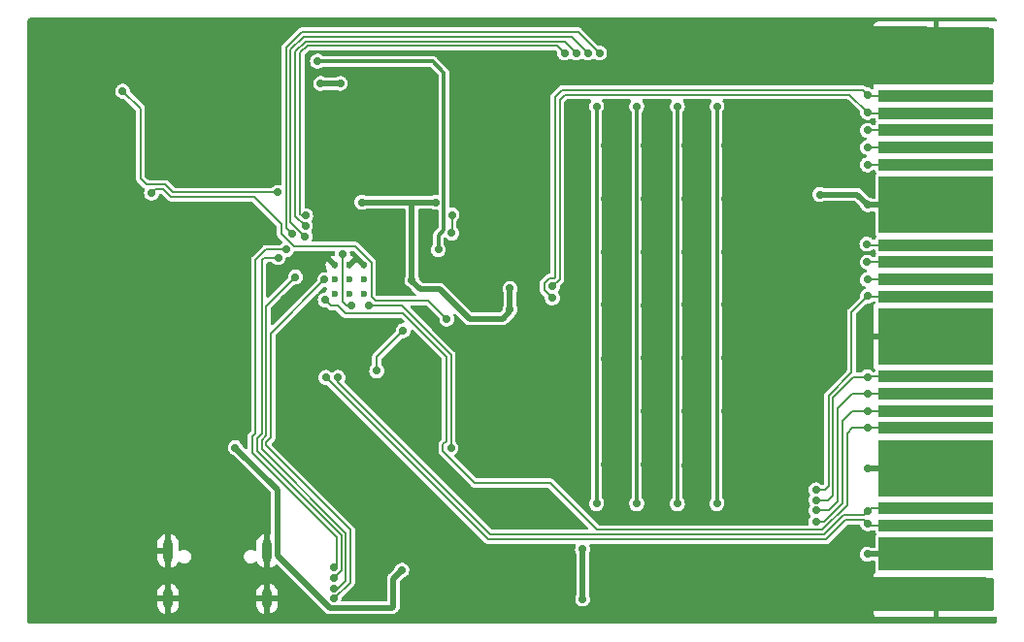
<source format=gbr>
%TF.GenerationSoftware,KiCad,Pcbnew,(6.0.5)*%
%TF.CreationDate,2022-06-06T22:05:02-07:00*%
%TF.ProjectId,diva-card,64697661-2d63-4617-9264-2e6b69636164,rev?*%
%TF.SameCoordinates,Original*%
%TF.FileFunction,Copper,L2,Bot*%
%TF.FilePolarity,Positive*%
%FSLAX46Y46*%
G04 Gerber Fmt 4.6, Leading zero omitted, Abs format (unit mm)*
G04 Created by KiCad (PCBNEW (6.0.5)) date 2022-06-06 22:05:02*
%MOMM*%
%LPD*%
G01*
G04 APERTURE LIST*
%TA.AperFunction,ConnectorPad*%
%ADD10R,10.000000X5.000000*%
%TD*%
%TA.AperFunction,ConnectorPad*%
%ADD11R,10.000000X1.000000*%
%TD*%
%TA.AperFunction,ConnectorPad*%
%ADD12R,10.000000X3.000000*%
%TD*%
%TA.AperFunction,ComponentPad*%
%ADD13O,0.900000X1.700000*%
%TD*%
%TA.AperFunction,ComponentPad*%
%ADD14O,0.900000X2.000000*%
%TD*%
%TA.AperFunction,ComponentPad*%
%ADD15C,0.600000*%
%TD*%
%TA.AperFunction,ViaPad*%
%ADD16C,0.700000*%
%TD*%
%TA.AperFunction,Conductor*%
%ADD17C,0.500000*%
%TD*%
%TA.AperFunction,Conductor*%
%ADD18C,0.200000*%
%TD*%
%TA.AperFunction,Conductor*%
%ADD19C,0.300000*%
%TD*%
G04 APERTURE END LIST*
D10*
%TO.P,J3,2,Pin_2*%
%TO.N,GND*%
X143280000Y-64370000D03*
D11*
%TO.P,J3,4,Pin_4*%
%TO.N,/connectors/USER_IO_0*%
X143280000Y-67870000D03*
%TO.P,J3,6,Pin_6*%
%TO.N,/connectors/USER_IO_1*%
X143280000Y-69370000D03*
%TO.P,J3,8,Pin_8*%
%TO.N,/connectors/USER_IO_2*%
X143280000Y-70870000D03*
%TO.P,J3,10,Pin_10*%
%TO.N,/connectors/USER_IO_3*%
X143280000Y-72370000D03*
%TO.P,J3,12,Pin_12*%
%TO.N,/connectors/USER_IO_4*%
X143280000Y-73870000D03*
D10*
%TO.P,J3,14,Pin_14*%
%TO.N,+3V3*%
X143280000Y-77370000D03*
D11*
%TO.P,J3,16,Pin_16*%
%TO.N,/connectors/USER_IO_5*%
X143280000Y-80870000D03*
%TO.P,J3,18,Pin_18*%
%TO.N,/connectors/USER_IO_6*%
X143280000Y-82370000D03*
%TO.P,J3,20,Pin_20*%
%TO.N,/connectors/USER_IO_7*%
X143280000Y-83870000D03*
%TO.P,J3,22,Pin_22*%
%TO.N,/connectors/USER_IO_8*%
X143280000Y-85370000D03*
D10*
%TO.P,J3,24,Pin_24*%
%TO.N,GND*%
X143280000Y-88870000D03*
D11*
%TO.P,J3,26,Pin_26*%
%TO.N,/connectors/USER_IO_9*%
X143280000Y-92370000D03*
%TO.P,J3,28,Pin_28*%
%TO.N,/connectors/USER_IO_10*%
X143280000Y-93870000D03*
%TO.P,J3,30,Pin_30*%
%TO.N,/connectors/USER_IO_11*%
X143280000Y-95370000D03*
%TO.P,J3,32,Pin_32*%
%TO.N,/connectors/USER_IO_12*%
X143280000Y-96870000D03*
D10*
%TO.P,J3,34,Pin_34*%
%TO.N,+3V3*%
X143280000Y-100370000D03*
D11*
%TO.P,J3,36,Pin_36*%
%TO.N,/connectors/USB_D+*%
X143280000Y-103870000D03*
%TO.P,J3,38,Pin_38*%
%TO.N,/connectors/USB_D-*%
X143280000Y-105370000D03*
D12*
%TO.P,J3,40,Pin_40*%
%TO.N,+5V*%
X143280000Y-107870000D03*
%TO.P,J3,42,Pin_42*%
%TO.N,GND*%
X143280000Y-111370000D03*
%TD*%
D13*
%TO.P,J2,S1,SHIELD*%
%TO.N,GND*%
X76280000Y-111765000D03*
X84920000Y-111765000D03*
D14*
X84920000Y-107595000D03*
X76280000Y-107595000D03*
%TD*%
D15*
%TO.P,U4,57,GND*%
%TO.N,GND*%
X90817500Y-83890000D03*
X92092500Y-82615000D03*
X93367500Y-82615000D03*
X93367500Y-85165000D03*
X92092500Y-83890000D03*
X93367500Y-83890000D03*
X90817500Y-85165000D03*
X92092500Y-85165000D03*
X90817500Y-82615000D03*
%TD*%
D16*
%TO.N,GND*%
X79350000Y-99270000D03*
X97590000Y-72870000D03*
X71055659Y-67462600D03*
X92475000Y-71200000D03*
X114372859Y-86093545D03*
X117863000Y-81518000D03*
X121412500Y-90768000D03*
X117863000Y-86168000D03*
X85675000Y-83800000D03*
X111463000Y-69868000D03*
X114201000Y-104782000D03*
X74800000Y-95145000D03*
X98630000Y-87120000D03*
X71550000Y-80100000D03*
X124872859Y-72193545D03*
X137300000Y-112050000D03*
X125463000Y-69868000D03*
X111413000Y-97718000D03*
X137300000Y-65018000D03*
X114363000Y-76868000D03*
X106631200Y-98600000D03*
X117872859Y-72193545D03*
X71550000Y-73970000D03*
X124913000Y-100068000D03*
X98600000Y-83880011D03*
X111463000Y-83768000D03*
X102330000Y-79230980D03*
X86000000Y-90250000D03*
X124863000Y-86068000D03*
X124863000Y-90768000D03*
X65908059Y-64900600D03*
X114363000Y-81518000D03*
X128338000Y-104793000D03*
X114413000Y-95468000D03*
X121412500Y-72218000D03*
X111463000Y-74518000D03*
X117863000Y-100068000D03*
X121313000Y-104782000D03*
X117863000Y-95418000D03*
X124869000Y-104782000D03*
X117757000Y-104782000D03*
X114363000Y-90818000D03*
X117863000Y-90768000D03*
X137270000Y-88870000D03*
X117863000Y-76868000D03*
X77419200Y-105511600D03*
X137300000Y-110678400D03*
X101925000Y-94260500D03*
X73275000Y-97350000D03*
X137300000Y-63646400D03*
X118463000Y-69868000D03*
X73125000Y-100100000D03*
X91700000Y-74360000D03*
X86400000Y-85600000D03*
X108760000Y-88050000D03*
X121963000Y-69868000D03*
X121412500Y-76868000D03*
X134250000Y-88850000D03*
X111413000Y-102368000D03*
X121412500Y-81518000D03*
X111463000Y-93068000D03*
X124863000Y-81518000D03*
X114963000Y-69868000D03*
X124863000Y-95418000D03*
X114363000Y-100068000D03*
X96575000Y-92675000D03*
X111463000Y-79168000D03*
X124863000Y-76868000D03*
X83769200Y-104343200D03*
X121412500Y-86118000D03*
X137300000Y-66389600D03*
X137300000Y-62274800D03*
X111463000Y-88418000D03*
X121412500Y-100118000D03*
X78150000Y-101500000D03*
X114363000Y-72218000D03*
X121412500Y-95418000D03*
%TO.N,+3V3*%
X137345000Y-100370000D03*
X89600020Y-66775000D03*
X82150000Y-98575000D03*
X96800000Y-88350000D03*
X94485461Y-91874705D03*
X93200000Y-77150000D03*
X99650000Y-77150000D03*
X91298539Y-66770000D03*
X97550000Y-83925000D03*
X96675000Y-109276940D03*
X106100000Y-86477570D03*
X137300000Y-77350000D03*
X133150000Y-76475000D03*
X106100000Y-84679050D03*
%TO.N,+1V1*%
X91500000Y-81650000D03*
X92294697Y-86200011D03*
%TO.N,/connectors/~{RESET}*%
X72325000Y-67450000D03*
X85850000Y-76275000D03*
%TO.N,/connectors/USB_D+*%
X137300000Y-104150000D03*
X91104300Y-92440107D03*
%TO.N,/connectors/USB_D-*%
X90054300Y-92440107D03*
X137300000Y-105200000D03*
%TO.N,/connectors/USER_IO_0*%
X109800500Y-85500000D03*
X137300000Y-67800000D03*
%TO.N,/connectors/USER_IO_1*%
X137299019Y-69303308D03*
X109800500Y-84500497D03*
%TO.N,/connectors/USER_IO_2*%
X101033114Y-79841886D03*
X137305000Y-70870000D03*
X101050000Y-78250000D03*
%TO.N,/connectors/USER_IO_3*%
X137300000Y-72370000D03*
%TO.N,/connectors/USER_IO_4*%
X110876888Y-64125000D03*
X137300000Y-73875000D03*
X88281509Y-78326230D03*
%TO.N,/connectors/USER_IO_5*%
X137249500Y-80805701D03*
X88257983Y-79225425D03*
X111892925Y-64125000D03*
%TO.N,/connectors/USER_IO_6*%
X88247315Y-80132794D03*
X137270000Y-82370000D03*
X112908962Y-64125000D03*
%TO.N,/connectors/USER_IO_7*%
X113925000Y-64125000D03*
X87085239Y-79889761D03*
X137300000Y-83900000D03*
%TO.N,Net-(L8-Pad1)*%
X113663000Y-68768000D03*
X113663000Y-103468000D03*
%TO.N,Net-(L16-Pad1)*%
X117163000Y-103468000D03*
X117163000Y-68768000D03*
%TO.N,Net-(L24-Pad1)*%
X120713000Y-103468000D03*
X120713000Y-68768000D03*
%TO.N,Net-(L32-Pad1)*%
X124163000Y-103468000D03*
X124163000Y-68768000D03*
%TO.N,/peripherals/~{USB_BOOT}*%
X100600000Y-87350000D03*
X74850000Y-76350000D03*
%TO.N,/connectors/USER_IO_8*%
X90731392Y-109040526D03*
X132800000Y-102249280D03*
X137300000Y-85350000D03*
X86600000Y-81275020D03*
%TO.N,/connectors/USER_IO_9*%
X132800000Y-103148783D03*
X137300000Y-92400000D03*
X90731514Y-109958936D03*
X85893232Y-81981762D03*
%TO.N,/~{USER_SW0}*%
X99860000Y-81290000D03*
X89325000Y-64836289D03*
%TO.N,/connectors/USER_IO_10*%
X137300000Y-93850000D03*
X89943000Y-83900718D03*
X132800000Y-104048286D03*
X90739920Y-111760076D03*
%TO.N,/connectors/USER_IO_11*%
X90756469Y-110858092D03*
X137300000Y-95350000D03*
X132800000Y-105047789D03*
X87400000Y-83675000D03*
%TO.N,/connectors/USER_IO_12*%
X137300000Y-96850000D03*
X89999500Y-85675000D03*
%TO.N,/USER_LED*%
X100950000Y-98600000D03*
X93800000Y-86125000D03*
%TO.N,+5V*%
X112425000Y-107450000D03*
X112450000Y-111774500D03*
X137280000Y-107870000D03*
%TD*%
D17*
%TO.N,GND*%
X143280000Y-88870000D02*
X137270000Y-88870000D01*
%TO.N,+3V3*%
X136425000Y-76475000D02*
X137300000Y-77350000D01*
X90400000Y-112575000D02*
X85819520Y-107994520D01*
D18*
X94485461Y-90664539D02*
X96800000Y-88350000D01*
D17*
X96675000Y-109276940D02*
X95950000Y-110001940D01*
D18*
X94485461Y-91874705D02*
X94485461Y-90664539D01*
D17*
X95950000Y-110001940D02*
X95950000Y-112425000D01*
X99650000Y-77150000D02*
X97450000Y-77150000D01*
X105452377Y-87327081D02*
X106100000Y-86679458D01*
X102577081Y-87327081D02*
X105452377Y-87327081D01*
X95950000Y-112425000D02*
X95800000Y-112575000D01*
X98248120Y-84729522D02*
X97550000Y-84031402D01*
X98248120Y-84729522D02*
X99979522Y-84729522D01*
X137320000Y-77370000D02*
X143280000Y-77370000D01*
X95800000Y-112575000D02*
X90400000Y-112575000D01*
X99979522Y-84729522D02*
X102577081Y-87327081D01*
X85819520Y-107994520D02*
X85819520Y-102244520D01*
X91293539Y-66775000D02*
X91298539Y-66770000D01*
X106100000Y-86477570D02*
X106100000Y-84679050D01*
X97550000Y-83925000D02*
X97550000Y-77250000D01*
X89600020Y-66775000D02*
X91293539Y-66775000D01*
X133150000Y-76475000D02*
X136425000Y-76475000D01*
X97450000Y-77150000D02*
X93200000Y-77150000D01*
X97550000Y-84031402D02*
X97550000Y-83925000D01*
X143280000Y-100370000D02*
X137345000Y-100370000D01*
X106100000Y-86679458D02*
X106100000Y-86477570D01*
X85819520Y-102244520D02*
X82150000Y-98575000D01*
X137300000Y-77350000D02*
X137320000Y-77370000D01*
D18*
%TO.N,+1V1*%
X91492989Y-81657011D02*
X91500000Y-81650000D01*
X91492989Y-85842989D02*
X91492989Y-81657011D01*
X92294697Y-86200011D02*
X91850011Y-86200011D01*
X91850011Y-86200011D02*
X91492989Y-85842989D01*
%TO.N,/connectors/~{RESET}*%
X76025480Y-75600480D02*
X74400480Y-75600480D01*
X85850000Y-76275000D02*
X76700000Y-76275000D01*
X73875000Y-75075000D02*
X73875000Y-69000000D01*
X74400480Y-75600480D02*
X73875000Y-75075000D01*
X76700000Y-76275000D02*
X76025480Y-75600480D01*
X73875000Y-69000000D02*
X72325000Y-67450000D01*
%TO.N,/connectors/USB_D+*%
X137300000Y-104150000D02*
X137580000Y-103870000D01*
X137580000Y-103870000D02*
X143280000Y-103870000D01*
X91104300Y-92440107D02*
X91104300Y-92853710D01*
X91104300Y-92853710D02*
X104397398Y-106146808D01*
X135219272Y-104449999D02*
X137000001Y-104449999D01*
X137000001Y-104449999D02*
X137300000Y-104150000D01*
X133522463Y-106146808D02*
X135219272Y-104449999D01*
X104397398Y-106146808D02*
X133522463Y-106146808D01*
%TO.N,/connectors/USB_D-*%
X104210992Y-106596799D02*
X133708856Y-106596799D01*
X137470000Y-105370000D02*
X143280000Y-105370000D01*
X137000001Y-104900001D02*
X137300000Y-105200000D01*
X135405654Y-104900001D02*
X137000001Y-104900001D01*
X137300000Y-105200000D02*
X137470000Y-105370000D01*
X133708856Y-106596799D02*
X135405654Y-104900001D01*
X90054300Y-92440107D02*
X104210992Y-106596799D01*
%TO.N,/connectors/USER_IO_0*%
X136850000Y-67350000D02*
X137300000Y-67800000D01*
X110050481Y-67934513D02*
X110634994Y-67350000D01*
X109100989Y-84800489D02*
X109100989Y-84210749D01*
X110050481Y-83685510D02*
X110050481Y-67934513D01*
X109935005Y-83800986D02*
X110050481Y-83685510D01*
X109100989Y-84210749D02*
X109510752Y-83800986D01*
X109510752Y-83800986D02*
X109935005Y-83800986D01*
X110634994Y-67350000D02*
X136850000Y-67350000D01*
X137300000Y-67800000D02*
X137370000Y-67870000D01*
X109800500Y-85500000D02*
X109100989Y-84800489D01*
X137370000Y-67870000D02*
X143280000Y-67870000D01*
%TO.N,/connectors/USER_IO_1*%
X109800500Y-84500497D02*
X110449999Y-83850998D01*
X137365711Y-69370000D02*
X137299019Y-69303308D01*
X143280000Y-69370000D02*
X137365711Y-69370000D01*
X135745232Y-67749520D02*
X137299019Y-69303308D01*
X110450000Y-68200000D02*
X110900000Y-67750000D01*
X110900000Y-67750000D02*
X113762452Y-67750000D01*
X110449999Y-83850998D02*
X110450000Y-68200000D01*
X113762932Y-67749520D02*
X135745232Y-67749520D01*
%TO.N,/connectors/USER_IO_2*%
X101033114Y-79841886D02*
X101050000Y-79825000D01*
X143280000Y-70870000D02*
X137305000Y-70870000D01*
X101050000Y-79825000D02*
X101050000Y-78250000D01*
%TO.N,/connectors/USER_IO_3*%
X143280000Y-72370000D02*
X137300000Y-72370000D01*
%TO.N,/connectors/USER_IO_4*%
X88431452Y-63498560D02*
X110250448Y-63498560D01*
X87825000Y-64105012D02*
X88431452Y-63498560D01*
X110250448Y-63498560D02*
X110876888Y-64125000D01*
X137305000Y-73870000D02*
X143280000Y-73870000D01*
X87923794Y-78326230D02*
X87825000Y-78227436D01*
X137300000Y-73875000D02*
X137305000Y-73870000D01*
X87825000Y-78227436D02*
X87825000Y-64105012D01*
X88281509Y-78326230D02*
X87923794Y-78326230D01*
%TO.N,/connectors/USER_IO_5*%
X110866965Y-63099040D02*
X111892925Y-64125000D01*
X87375000Y-78342442D02*
X87375000Y-63990006D01*
X137249500Y-80805701D02*
X137313799Y-80870000D01*
X88257983Y-79225425D02*
X87375000Y-78342442D01*
X137313799Y-80870000D02*
X143280000Y-80870000D01*
X88265966Y-63099040D02*
X110866965Y-63099040D01*
X87375000Y-63990006D02*
X88265966Y-63099040D01*
%TO.N,/connectors/USER_IO_6*%
X88247315Y-80132794D02*
X87989457Y-79874936D01*
X111483482Y-62699520D02*
X112908962Y-64125000D01*
X86975480Y-78861470D02*
X86975480Y-63824520D01*
X86975480Y-63824520D02*
X88100480Y-62699520D01*
X143280000Y-82370000D02*
X137270000Y-82370000D01*
X87989457Y-79874936D02*
X87988946Y-79874936D01*
X87988946Y-79874936D02*
X86975480Y-78861470D01*
X88100480Y-62699520D02*
X111483482Y-62699520D01*
%TO.N,/connectors/USER_IO_7*%
X112100000Y-62300000D02*
X113925000Y-64125000D01*
X87085239Y-79889761D02*
X86575961Y-79380483D01*
X137330000Y-83870000D02*
X143280000Y-83870000D01*
X86575961Y-79380483D02*
X86575961Y-63659033D01*
X87934994Y-62300000D02*
X112100000Y-62300000D01*
X86575961Y-63659033D02*
X87934994Y-62300000D01*
X137300000Y-83900000D02*
X137330000Y-83870000D01*
D19*
%TO.N,Net-(L8-Pad1)*%
X113663000Y-68768000D02*
X113663000Y-103468000D01*
%TO.N,Net-(L16-Pad1)*%
X117163000Y-68768000D02*
X117163000Y-103468000D01*
%TO.N,Net-(L24-Pad1)*%
X120713000Y-68768000D02*
X120713000Y-103468000D01*
%TO.N,Net-(L32-Pad1)*%
X124163000Y-68768000D02*
X124163000Y-103468000D01*
D18*
%TO.N,/peripherals/~{USB_BOOT}*%
X94025000Y-85425000D02*
X94350480Y-85750480D01*
X94350480Y-85750480D02*
X99000480Y-85750480D01*
X87276930Y-81000000D02*
X92600338Y-81000000D01*
X74850000Y-76350000D02*
X75200000Y-76000000D01*
X83799782Y-76674520D02*
X86176441Y-79051179D01*
X99000480Y-85750480D02*
X100600000Y-87350000D01*
X92600338Y-81000000D02*
X94025000Y-82424662D01*
X94025000Y-82424662D02*
X94025000Y-85425000D01*
X76534513Y-76674519D02*
X83799782Y-76674520D01*
X75200000Y-76000000D02*
X75859994Y-76000000D01*
X86176441Y-79899511D02*
X87276930Y-81000000D01*
X86176441Y-79051179D02*
X86176441Y-79899511D01*
X75859994Y-76000000D02*
X76534513Y-76674519D01*
%TO.N,/connectors/USER_IO_8*%
X84809974Y-81275020D02*
X86600000Y-81275020D01*
X137320000Y-85370000D02*
X137300000Y-85350000D01*
X135900000Y-92009994D02*
X135900000Y-86750000D01*
X83925000Y-97294988D02*
X83925000Y-82159994D01*
X133575720Y-102249280D02*
X133901440Y-101923560D01*
X132800000Y-102249280D02*
X133575720Y-102249280D01*
X91000480Y-108771438D02*
X91000480Y-106415486D01*
X83641619Y-97578369D02*
X83925000Y-97294988D01*
X83641620Y-99056626D02*
X83641619Y-97578369D01*
X83925000Y-82159994D02*
X84809974Y-81275020D01*
X91000480Y-106415486D02*
X83641620Y-99056626D01*
X133901440Y-94008554D02*
X135900000Y-92009994D01*
X133901440Y-101923560D02*
X133901440Y-94008554D01*
X143280000Y-85370000D02*
X137320000Y-85370000D01*
X135900000Y-86750000D02*
X137300000Y-85350000D01*
X90731392Y-109040526D02*
X91000480Y-108771438D01*
%TO.N,/connectors/USER_IO_9*%
X134300960Y-102724040D02*
X134300960Y-94174040D01*
X90731514Y-109958936D02*
X91400000Y-109290450D01*
X91400000Y-106250000D02*
X84041139Y-98891139D01*
X136075000Y-92400000D02*
X137300000Y-92400000D01*
X134300960Y-94174040D02*
X136075000Y-92400000D01*
X84041139Y-98891139D02*
X84041139Y-97743855D01*
X84041139Y-97743855D02*
X84450000Y-97334994D01*
X133876217Y-103148783D02*
X134300960Y-102724040D01*
X84668238Y-81981762D02*
X85893232Y-81981762D01*
X137300000Y-92400000D02*
X137330000Y-92370000D01*
X84450000Y-97334994D02*
X84450000Y-82200000D01*
X137330000Y-92370000D02*
X143280000Y-92370000D01*
X132800000Y-103148783D02*
X133876217Y-103148783D01*
X91400000Y-109290450D02*
X91400000Y-106250000D01*
X84450000Y-82200000D02*
X84668238Y-81981762D01*
D19*
%TO.N,/~{USER_SW0}*%
X100350489Y-65825489D02*
X100350489Y-79535252D01*
X99860000Y-80025741D02*
X99860000Y-81290000D01*
X89338711Y-64850000D02*
X99375000Y-64850000D01*
X99375000Y-64850000D02*
X100350489Y-65825489D01*
X100350489Y-79535252D02*
X99860000Y-80025741D01*
X89325000Y-64836289D02*
X89338711Y-64850000D01*
D18*
%TO.N,/connectors/USER_IO_10*%
X133925967Y-104048286D02*
X134700480Y-103273773D01*
X132800000Y-104048286D02*
X133925967Y-104048286D01*
X84840178Y-98074828D02*
X84840178Y-98395160D01*
X85249039Y-97665967D02*
X84840178Y-98074828D01*
X137320000Y-93870000D02*
X137300000Y-93850000D01*
X134700480Y-103273773D02*
X134700480Y-95149520D01*
X89943000Y-83900718D02*
X85249040Y-88594678D01*
X136000000Y-93850000D02*
X137300000Y-93850000D01*
X143280000Y-93870000D02*
X137320000Y-93870000D01*
X84840178Y-98395160D02*
X92199040Y-105754022D01*
X134700480Y-95149520D02*
X136000000Y-93850000D01*
X92199040Y-110334069D02*
X90773033Y-111760076D01*
X90773033Y-111760076D02*
X90739920Y-111760076D01*
X85249040Y-88594678D02*
X85249039Y-97665967D01*
X92199040Y-105754022D02*
X92199040Y-110334069D01*
%TO.N,/connectors/USER_IO_11*%
X84849520Y-97500480D02*
X84849520Y-86225480D01*
X91799520Y-106084514D02*
X84440658Y-98725652D01*
X90756469Y-110858092D02*
X91110011Y-110858092D01*
X137300000Y-95350000D02*
X137320000Y-95370000D01*
X137320000Y-95370000D02*
X143280000Y-95370000D01*
X84440658Y-98725652D02*
X84440658Y-97909342D01*
X136000000Y-95350000D02*
X137300000Y-95350000D01*
X91799520Y-110168583D02*
X91799520Y-106084514D01*
X133491481Y-105047778D02*
X135100000Y-103439259D01*
X132800000Y-105047789D02*
X132800011Y-105047778D01*
X84440658Y-97909342D02*
X84849520Y-97500480D01*
X135100000Y-103439259D02*
X135100000Y-96250000D01*
X91110011Y-110858092D02*
X91799520Y-110168583D01*
X84849520Y-86225480D02*
X87400000Y-83675000D01*
X132800011Y-105047778D02*
X133491481Y-105047778D01*
X135100000Y-96250000D02*
X136000000Y-95350000D01*
%TO.N,/connectors/USER_IO_12*%
X133356977Y-105747288D02*
X135499520Y-103604745D01*
X135499520Y-103604745D02*
X135499520Y-97350480D01*
X113697288Y-105747288D02*
X133356977Y-105747288D01*
X143280000Y-96870000D02*
X137320000Y-96870000D01*
X103031290Y-101670549D02*
X109620549Y-101670549D01*
X109620549Y-101670549D02*
X113697288Y-105747288D01*
X100550480Y-90615486D02*
X100550480Y-98010261D01*
X136000000Y-96850000D02*
X137300000Y-96850000D01*
X100250489Y-98889748D02*
X103031290Y-101670549D01*
X137320000Y-96870000D02*
X137300000Y-96850000D01*
X100250489Y-98310252D02*
X100250489Y-98889748D01*
X89999500Y-85675000D02*
X90524500Y-86200000D01*
X135499520Y-97350480D02*
X136000000Y-96850000D01*
X91749511Y-86849511D02*
X96784505Y-86849511D01*
X90524500Y-86200000D02*
X91100000Y-86200000D01*
X100550480Y-98010261D02*
X100250489Y-98310252D01*
X96784505Y-86849511D02*
X100550480Y-90615486D01*
X91100000Y-86200000D02*
X91749511Y-86849511D01*
%TO.N,/USER_LED*%
X96650000Y-86150000D02*
X100950000Y-90450000D01*
X93800000Y-86125000D02*
X93825000Y-86150000D01*
X100950000Y-90450000D02*
X100950000Y-98600000D01*
X93825000Y-86150000D02*
X96650000Y-86150000D01*
D17*
%TO.N,+5V*%
X112425000Y-111749500D02*
X112425000Y-107450000D01*
X112450000Y-111774500D02*
X112425000Y-111749500D01*
X143280000Y-107870000D02*
X137280000Y-107870000D01*
%TD*%
%TA.AperFunction,Conductor*%
%TO.N,GND*%
G36*
X147775800Y-61868400D02*
G01*
X148334600Y-62071600D01*
X148334600Y-66694400D01*
X147775800Y-66846800D01*
X137180647Y-66846800D01*
X137157990Y-66829415D01*
X137152841Y-66825464D01*
X137118938Y-66811421D01*
X136703000Y-66440400D01*
X136703000Y-62274800D01*
X137158600Y-61817600D01*
X147775800Y-61868400D01*
G37*
%TD.AperFunction*%
%TD*%
%TA.AperFunction,Conductor*%
%TO.N,GND*%
G36*
X148283800Y-110077600D02*
G01*
X148283800Y-112719200D01*
X147471000Y-112871600D01*
X137107800Y-112871600D01*
X136752200Y-112465200D01*
X136752200Y-110331600D01*
X137107800Y-109874400D01*
X147471000Y-109874400D01*
X148283800Y-110077600D01*
G37*
%TD.AperFunction*%
%TD*%
%TA.AperFunction,Conductor*%
%TO.N,GND*%
G36*
X148283150Y-61047005D02*
G01*
X148295371Y-61048941D01*
X148295378Y-61048941D01*
X148305011Y-61050467D01*
X148314644Y-61048942D01*
X148317137Y-61048942D01*
X148336530Y-61050469D01*
X148378168Y-61057065D01*
X148415061Y-61069053D01*
X148463558Y-61093763D01*
X148494945Y-61116567D01*
X148533433Y-61155055D01*
X148556237Y-61186442D01*
X148570693Y-61214814D01*
X148583589Y-61283483D01*
X148557312Y-61348223D01*
X148500205Y-61388480D01*
X148430400Y-61391472D01*
X148416681Y-61387217D01*
X148395753Y-61379371D01*
X148380744Y-61375803D01*
X148330669Y-61370363D01*
X148323972Y-61370000D01*
X143547830Y-61370000D01*
X143532831Y-61374404D01*
X143531644Y-61375774D01*
X143530000Y-61383332D01*
X143530000Y-64496000D01*
X143510315Y-64563039D01*
X143457511Y-64608794D01*
X143406000Y-64620000D01*
X137797830Y-64620000D01*
X137782831Y-64624404D01*
X137781644Y-64625774D01*
X137780000Y-64633332D01*
X137780000Y-66913972D01*
X137780363Y-66920669D01*
X137785803Y-66970744D01*
X137789371Y-66985753D01*
X137832379Y-67100476D01*
X137837480Y-67170159D01*
X137804097Y-67231538D01*
X137742830Y-67265125D01*
X137673130Y-67260257D01*
X137658247Y-67253590D01*
X137541443Y-67191745D01*
X137541437Y-67191743D01*
X137534831Y-67188245D01*
X137382128Y-67149889D01*
X137340809Y-67149673D01*
X137266391Y-67149283D01*
X137199455Y-67129248D01*
X137179359Y-67112966D01*
X137110910Y-67044517D01*
X137110901Y-67044509D01*
X137088342Y-67021950D01*
X137068602Y-67011892D01*
X137052016Y-67001728D01*
X137034090Y-66988704D01*
X137021653Y-66984663D01*
X137013019Y-66981857D01*
X136995048Y-66974413D01*
X136984002Y-66968785D01*
X136983997Y-66968783D01*
X136975304Y-66964354D01*
X136953424Y-66960889D01*
X136934499Y-66956345D01*
X136934107Y-66956218D01*
X136913433Y-66949500D01*
X110603475Y-66949500D01*
X110603471Y-66949501D01*
X110571561Y-66949501D01*
X110550484Y-66956349D01*
X110531588Y-66960886D01*
X110509690Y-66964354D01*
X110500995Y-66968784D01*
X110500993Y-66968785D01*
X110489946Y-66974414D01*
X110471971Y-66981859D01*
X110450904Y-66988704D01*
X110432984Y-67001724D01*
X110432981Y-67001726D01*
X110416391Y-67011892D01*
X110396652Y-67021950D01*
X110374085Y-67044517D01*
X109744997Y-67673604D01*
X109744994Y-67673608D01*
X109722431Y-67696171D01*
X109718001Y-67704866D01*
X109712375Y-67715908D01*
X109702209Y-67732497D01*
X109689185Y-67750423D01*
X109686168Y-67759709D01*
X109682338Y-67771494D01*
X109674894Y-67789465D01*
X109669266Y-67800511D01*
X109669264Y-67800516D01*
X109664835Y-67809209D01*
X109663309Y-67818846D01*
X109661370Y-67831088D01*
X109656826Y-67850014D01*
X109649981Y-67871080D01*
X109649981Y-83276486D01*
X109630296Y-83343525D01*
X109577492Y-83389280D01*
X109525981Y-83400486D01*
X109479233Y-83400486D01*
X109479229Y-83400487D01*
X109447319Y-83400487D01*
X109426242Y-83407335D01*
X109407346Y-83411872D01*
X109385448Y-83415340D01*
X109376753Y-83419770D01*
X109376751Y-83419771D01*
X109365704Y-83425400D01*
X109347729Y-83432845D01*
X109326662Y-83439690D01*
X109318765Y-83445427D01*
X109318766Y-83445427D01*
X109308739Y-83452712D01*
X109292149Y-83462878D01*
X109272410Y-83472936D01*
X109249843Y-83495503D01*
X108795505Y-83949840D01*
X108795502Y-83949844D01*
X108772939Y-83972407D01*
X108764148Y-83989662D01*
X108762883Y-83992144D01*
X108752717Y-84008733D01*
X108739693Y-84026659D01*
X108736676Y-84035945D01*
X108732846Y-84047730D01*
X108725402Y-84065701D01*
X108719774Y-84076747D01*
X108719772Y-84076752D01*
X108715343Y-84085445D01*
X108713817Y-84095082D01*
X108711878Y-84107324D01*
X108707334Y-84126250D01*
X108700489Y-84147316D01*
X108700489Y-84863922D01*
X108703504Y-84873200D01*
X108707334Y-84884988D01*
X108711878Y-84903913D01*
X108715343Y-84925793D01*
X108719772Y-84934486D01*
X108719774Y-84934491D01*
X108725402Y-84945537D01*
X108732846Y-84963508D01*
X108734800Y-84969519D01*
X108739693Y-84984579D01*
X108752717Y-85002505D01*
X108762881Y-85019091D01*
X108772939Y-85038831D01*
X108795502Y-85061394D01*
X108795505Y-85061398D01*
X109111556Y-85377449D01*
X109145041Y-85438772D01*
X109146815Y-85481310D01*
X109145258Y-85493138D01*
X109146078Y-85500566D01*
X109146078Y-85500568D01*
X109155182Y-85583032D01*
X109162535Y-85649633D01*
X109165101Y-85656645D01*
X109165102Y-85656649D01*
X109176038Y-85686533D01*
X109216643Y-85797490D01*
X109304458Y-85928172D01*
X109342930Y-85963179D01*
X109415378Y-86029102D01*
X109415382Y-86029105D01*
X109420910Y-86034135D01*
X109427480Y-86037702D01*
X109427481Y-86037703D01*
X109552708Y-86105696D01*
X109559276Y-86109262D01*
X109660011Y-86135689D01*
X109704341Y-86147319D01*
X109704343Y-86147319D01*
X109711569Y-86149215D01*
X109788627Y-86150425D01*
X109861525Y-86151571D01*
X109861528Y-86151571D01*
X109868995Y-86151688D01*
X109876276Y-86150020D01*
X109876280Y-86150020D01*
X110015181Y-86118207D01*
X110022468Y-86116538D01*
X110163125Y-86045795D01*
X110168806Y-86040943D01*
X110168809Y-86040941D01*
X110277166Y-85948395D01*
X110277167Y-85948394D01*
X110282848Y-85943542D01*
X110293893Y-85928172D01*
X110320648Y-85890938D01*
X110374724Y-85815683D01*
X110433450Y-85669598D01*
X110434503Y-85662201D01*
X110455062Y-85517744D01*
X110455062Y-85517740D01*
X110455634Y-85513723D01*
X110455778Y-85500000D01*
X110449122Y-85444996D01*
X110437762Y-85351119D01*
X110437761Y-85351115D01*
X110436863Y-85343694D01*
X110418623Y-85295423D01*
X110383854Y-85203408D01*
X110383852Y-85203405D01*
X110381210Y-85196412D01*
X110375504Y-85188109D01*
X110293829Y-85069273D01*
X110272079Y-85002874D01*
X110289680Y-84935258D01*
X110295322Y-84926679D01*
X110302884Y-84916156D01*
X110374724Y-84816180D01*
X110433450Y-84670095D01*
X110440589Y-84619935D01*
X110455062Y-84518241D01*
X110455062Y-84518237D01*
X110455634Y-84514220D01*
X110455688Y-84509123D01*
X110455706Y-84507318D01*
X110455778Y-84500497D01*
X110453432Y-84481114D01*
X110464919Y-84412197D01*
X110488851Y-84378539D01*
X110755482Y-84111907D01*
X110778049Y-84089340D01*
X110788107Y-84069601D01*
X110798273Y-84053011D01*
X110805558Y-84042984D01*
X110811295Y-84035088D01*
X110818140Y-84014021D01*
X110825585Y-83996046D01*
X110831214Y-83984999D01*
X110831215Y-83984997D01*
X110835645Y-83976302D01*
X110839113Y-83954404D01*
X110843650Y-83935508D01*
X110850498Y-83914431D01*
X110850498Y-83882523D01*
X110850499Y-83882517D01*
X110850500Y-68417255D01*
X110870185Y-68350216D01*
X110886815Y-68329578D01*
X111029575Y-68186818D01*
X111090895Y-68153334D01*
X111117254Y-68150500D01*
X113063151Y-68150500D01*
X113130190Y-68170185D01*
X113175945Y-68222989D01*
X113185889Y-68292147D01*
X113164601Y-68345800D01*
X113085501Y-68458348D01*
X113082785Y-68465313D01*
X113082785Y-68465314D01*
X113056905Y-68531693D01*
X113028309Y-68605039D01*
X113007758Y-68761138D01*
X113008578Y-68768566D01*
X113008578Y-68768568D01*
X113019772Y-68869965D01*
X113025035Y-68917633D01*
X113027601Y-68924645D01*
X113027602Y-68924649D01*
X113057206Y-69005544D01*
X113079143Y-69065490D01*
X113083314Y-69071697D01*
X113156600Y-69180757D01*
X113166958Y-69196172D01*
X113172488Y-69201204D01*
X113177372Y-69206862D01*
X113176272Y-69207811D01*
X113208290Y-69260395D01*
X113212500Y-69292432D01*
X113212500Y-102942777D01*
X113192815Y-103009816D01*
X113181204Y-103025023D01*
X113176034Y-103029533D01*
X113085501Y-103158348D01*
X113082785Y-103165313D01*
X113082785Y-103165314D01*
X113070491Y-103196847D01*
X113028309Y-103305039D01*
X113007758Y-103461138D01*
X113008578Y-103468566D01*
X113008578Y-103468568D01*
X113015810Y-103534076D01*
X113025035Y-103617633D01*
X113027601Y-103624645D01*
X113027602Y-103624649D01*
X113031853Y-103636264D01*
X113079143Y-103765490D01*
X113166958Y-103896172D01*
X113189183Y-103916395D01*
X113277878Y-103997102D01*
X113277882Y-103997105D01*
X113283410Y-104002135D01*
X113289980Y-104005702D01*
X113289981Y-104005703D01*
X113355771Y-104041424D01*
X113421776Y-104077262D01*
X113524031Y-104104088D01*
X113566841Y-104115319D01*
X113566843Y-104115319D01*
X113574069Y-104117215D01*
X113651127Y-104118425D01*
X113724025Y-104119571D01*
X113724028Y-104119571D01*
X113731495Y-104119688D01*
X113738776Y-104118020D01*
X113738780Y-104118020D01*
X113877681Y-104086207D01*
X113884968Y-104084538D01*
X114025625Y-104013795D01*
X114031306Y-104008943D01*
X114031309Y-104008941D01*
X114139666Y-103916395D01*
X114139667Y-103916394D01*
X114145348Y-103911542D01*
X114156393Y-103896172D01*
X114208721Y-103823349D01*
X114237224Y-103783683D01*
X114295950Y-103637598D01*
X114297793Y-103624649D01*
X114317562Y-103485744D01*
X114317562Y-103485740D01*
X114318134Y-103481723D01*
X114318191Y-103476345D01*
X114318206Y-103474821D01*
X114318278Y-103468000D01*
X114317448Y-103461138D01*
X114300262Y-103319119D01*
X114300261Y-103319115D01*
X114299363Y-103311694D01*
X114260089Y-103207758D01*
X114246354Y-103171408D01*
X114246352Y-103171405D01*
X114243710Y-103164412D01*
X114164905Y-103049751D01*
X114158768Y-103040821D01*
X114158765Y-103040818D01*
X114154531Y-103034657D01*
X114148945Y-103029680D01*
X114144488Y-103024625D01*
X114114918Y-102961321D01*
X114113500Y-102942620D01*
X114113500Y-69293195D01*
X114133185Y-69226156D01*
X114142756Y-69213756D01*
X114145348Y-69211542D01*
X114237224Y-69083683D01*
X114295950Y-68937598D01*
X114297793Y-68924649D01*
X114317562Y-68785744D01*
X114317562Y-68785740D01*
X114318134Y-68781723D01*
X114318278Y-68768000D01*
X114317448Y-68761138D01*
X114300262Y-68619119D01*
X114300261Y-68619115D01*
X114299363Y-68611694D01*
X114273464Y-68543153D01*
X114246354Y-68471408D01*
X114246352Y-68471405D01*
X114243710Y-68464412D01*
X114233265Y-68449215D01*
X114161128Y-68344255D01*
X114139378Y-68277856D01*
X114156979Y-68210240D01*
X114208343Y-68162873D01*
X114263319Y-68150020D01*
X116563488Y-68150020D01*
X116630527Y-68169705D01*
X116676282Y-68222509D01*
X116686226Y-68291667D01*
X116664938Y-68345321D01*
X116585501Y-68458348D01*
X116582785Y-68465313D01*
X116582785Y-68465314D01*
X116556905Y-68531693D01*
X116528309Y-68605039D01*
X116507758Y-68761138D01*
X116508578Y-68768566D01*
X116508578Y-68768568D01*
X116519772Y-68869965D01*
X116525035Y-68917633D01*
X116527601Y-68924645D01*
X116527602Y-68924649D01*
X116557206Y-69005544D01*
X116579143Y-69065490D01*
X116583314Y-69071697D01*
X116656600Y-69180757D01*
X116666958Y-69196172D01*
X116672488Y-69201204D01*
X116677372Y-69206862D01*
X116676272Y-69207811D01*
X116708290Y-69260395D01*
X116712500Y-69292432D01*
X116712500Y-102942777D01*
X116692815Y-103009816D01*
X116681204Y-103025023D01*
X116676034Y-103029533D01*
X116585501Y-103158348D01*
X116582785Y-103165313D01*
X116582785Y-103165314D01*
X116570491Y-103196847D01*
X116528309Y-103305039D01*
X116507758Y-103461138D01*
X116508578Y-103468566D01*
X116508578Y-103468568D01*
X116515810Y-103534076D01*
X116525035Y-103617633D01*
X116527601Y-103624645D01*
X116527602Y-103624649D01*
X116531853Y-103636264D01*
X116579143Y-103765490D01*
X116666958Y-103896172D01*
X116689183Y-103916395D01*
X116777878Y-103997102D01*
X116777882Y-103997105D01*
X116783410Y-104002135D01*
X116789980Y-104005702D01*
X116789981Y-104005703D01*
X116855771Y-104041424D01*
X116921776Y-104077262D01*
X117024031Y-104104088D01*
X117066841Y-104115319D01*
X117066843Y-104115319D01*
X117074069Y-104117215D01*
X117151127Y-104118425D01*
X117224025Y-104119571D01*
X117224028Y-104119571D01*
X117231495Y-104119688D01*
X117238776Y-104118020D01*
X117238780Y-104118020D01*
X117377681Y-104086207D01*
X117384968Y-104084538D01*
X117525625Y-104013795D01*
X117531306Y-104008943D01*
X117531309Y-104008941D01*
X117639666Y-103916395D01*
X117639667Y-103916394D01*
X117645348Y-103911542D01*
X117656393Y-103896172D01*
X117708721Y-103823349D01*
X117737224Y-103783683D01*
X117795950Y-103637598D01*
X117797793Y-103624649D01*
X117817562Y-103485744D01*
X117817562Y-103485740D01*
X117818134Y-103481723D01*
X117818191Y-103476345D01*
X117818206Y-103474821D01*
X117818278Y-103468000D01*
X117817448Y-103461138D01*
X117800262Y-103319119D01*
X117800261Y-103319115D01*
X117799363Y-103311694D01*
X117760089Y-103207758D01*
X117746354Y-103171408D01*
X117746352Y-103171405D01*
X117743710Y-103164412D01*
X117664905Y-103049751D01*
X117658768Y-103040821D01*
X117658765Y-103040818D01*
X117654531Y-103034657D01*
X117648945Y-103029680D01*
X117644488Y-103024625D01*
X117614918Y-102961321D01*
X117613500Y-102942620D01*
X117613500Y-69293195D01*
X117633185Y-69226156D01*
X117642756Y-69213756D01*
X117645348Y-69211542D01*
X117737224Y-69083683D01*
X117795950Y-68937598D01*
X117797793Y-68924649D01*
X117817562Y-68785744D01*
X117817562Y-68785740D01*
X117818134Y-68781723D01*
X117818278Y-68768000D01*
X117817448Y-68761138D01*
X117800262Y-68619119D01*
X117800261Y-68619115D01*
X117799363Y-68611694D01*
X117773464Y-68543153D01*
X117746354Y-68471408D01*
X117746352Y-68471405D01*
X117743710Y-68464412D01*
X117733265Y-68449215D01*
X117661128Y-68344255D01*
X117639378Y-68277856D01*
X117656979Y-68210240D01*
X117708343Y-68162873D01*
X117763319Y-68150020D01*
X120113488Y-68150020D01*
X120180527Y-68169705D01*
X120226282Y-68222509D01*
X120236226Y-68291667D01*
X120214938Y-68345321D01*
X120135501Y-68458348D01*
X120132785Y-68465313D01*
X120132785Y-68465314D01*
X120106905Y-68531693D01*
X120078309Y-68605039D01*
X120057758Y-68761138D01*
X120058578Y-68768566D01*
X120058578Y-68768568D01*
X120069772Y-68869965D01*
X120075035Y-68917633D01*
X120077601Y-68924645D01*
X120077602Y-68924649D01*
X120107206Y-69005544D01*
X120129143Y-69065490D01*
X120133314Y-69071697D01*
X120206600Y-69180757D01*
X120216958Y-69196172D01*
X120222488Y-69201204D01*
X120227372Y-69206862D01*
X120226272Y-69207811D01*
X120258290Y-69260395D01*
X120262500Y-69292432D01*
X120262500Y-102942777D01*
X120242815Y-103009816D01*
X120231204Y-103025023D01*
X120226034Y-103029533D01*
X120135501Y-103158348D01*
X120132785Y-103165313D01*
X120132785Y-103165314D01*
X120120491Y-103196847D01*
X120078309Y-103305039D01*
X120057758Y-103461138D01*
X120058578Y-103468566D01*
X120058578Y-103468568D01*
X120065810Y-103534076D01*
X120075035Y-103617633D01*
X120077601Y-103624645D01*
X120077602Y-103624649D01*
X120081853Y-103636264D01*
X120129143Y-103765490D01*
X120216958Y-103896172D01*
X120239183Y-103916395D01*
X120327878Y-103997102D01*
X120327882Y-103997105D01*
X120333410Y-104002135D01*
X120339980Y-104005702D01*
X120339981Y-104005703D01*
X120405771Y-104041424D01*
X120471776Y-104077262D01*
X120574031Y-104104088D01*
X120616841Y-104115319D01*
X120616843Y-104115319D01*
X120624069Y-104117215D01*
X120701127Y-104118425D01*
X120774025Y-104119571D01*
X120774028Y-104119571D01*
X120781495Y-104119688D01*
X120788776Y-104118020D01*
X120788780Y-104118020D01*
X120927681Y-104086207D01*
X120934968Y-104084538D01*
X121075625Y-104013795D01*
X121081306Y-104008943D01*
X121081309Y-104008941D01*
X121189666Y-103916395D01*
X121189667Y-103916394D01*
X121195348Y-103911542D01*
X121206393Y-103896172D01*
X121258721Y-103823349D01*
X121287224Y-103783683D01*
X121345950Y-103637598D01*
X121347793Y-103624649D01*
X121367562Y-103485744D01*
X121367562Y-103485740D01*
X121368134Y-103481723D01*
X121368191Y-103476345D01*
X121368206Y-103474821D01*
X121368278Y-103468000D01*
X121367448Y-103461138D01*
X121350262Y-103319119D01*
X121350261Y-103319115D01*
X121349363Y-103311694D01*
X121310089Y-103207758D01*
X121296354Y-103171408D01*
X121296352Y-103171405D01*
X121293710Y-103164412D01*
X121214905Y-103049751D01*
X121208768Y-103040821D01*
X121208765Y-103040818D01*
X121204531Y-103034657D01*
X121198945Y-103029680D01*
X121194488Y-103024625D01*
X121164918Y-102961321D01*
X121163500Y-102942620D01*
X121163500Y-69293195D01*
X121183185Y-69226156D01*
X121192756Y-69213756D01*
X121195348Y-69211542D01*
X121287224Y-69083683D01*
X121345950Y-68937598D01*
X121347793Y-68924649D01*
X121367562Y-68785744D01*
X121367562Y-68785740D01*
X121368134Y-68781723D01*
X121368278Y-68768000D01*
X121367448Y-68761138D01*
X121350262Y-68619119D01*
X121350261Y-68619115D01*
X121349363Y-68611694D01*
X121323464Y-68543153D01*
X121296354Y-68471408D01*
X121296352Y-68471405D01*
X121293710Y-68464412D01*
X121283265Y-68449215D01*
X121211128Y-68344255D01*
X121189378Y-68277856D01*
X121206979Y-68210240D01*
X121258343Y-68162873D01*
X121313319Y-68150020D01*
X123563488Y-68150020D01*
X123630527Y-68169705D01*
X123676282Y-68222509D01*
X123686226Y-68291667D01*
X123664938Y-68345321D01*
X123585501Y-68458348D01*
X123582785Y-68465313D01*
X123582785Y-68465314D01*
X123556905Y-68531693D01*
X123528309Y-68605039D01*
X123507758Y-68761138D01*
X123508578Y-68768566D01*
X123508578Y-68768568D01*
X123519772Y-68869965D01*
X123525035Y-68917633D01*
X123527601Y-68924645D01*
X123527602Y-68924649D01*
X123557206Y-69005544D01*
X123579143Y-69065490D01*
X123583314Y-69071697D01*
X123656600Y-69180757D01*
X123666958Y-69196172D01*
X123672488Y-69201204D01*
X123677372Y-69206862D01*
X123676272Y-69207811D01*
X123708290Y-69260395D01*
X123712500Y-69292432D01*
X123712500Y-102942777D01*
X123692815Y-103009816D01*
X123681204Y-103025023D01*
X123676034Y-103029533D01*
X123585501Y-103158348D01*
X123582785Y-103165313D01*
X123582785Y-103165314D01*
X123570491Y-103196847D01*
X123528309Y-103305039D01*
X123507758Y-103461138D01*
X123508578Y-103468566D01*
X123508578Y-103468568D01*
X123515810Y-103534076D01*
X123525035Y-103617633D01*
X123527601Y-103624645D01*
X123527602Y-103624649D01*
X123531853Y-103636264D01*
X123579143Y-103765490D01*
X123666958Y-103896172D01*
X123689183Y-103916395D01*
X123777878Y-103997102D01*
X123777882Y-103997105D01*
X123783410Y-104002135D01*
X123789980Y-104005702D01*
X123789981Y-104005703D01*
X123855771Y-104041424D01*
X123921776Y-104077262D01*
X124024031Y-104104088D01*
X124066841Y-104115319D01*
X124066843Y-104115319D01*
X124074069Y-104117215D01*
X124151127Y-104118425D01*
X124224025Y-104119571D01*
X124224028Y-104119571D01*
X124231495Y-104119688D01*
X124238776Y-104118020D01*
X124238780Y-104118020D01*
X124377681Y-104086207D01*
X124384968Y-104084538D01*
X124525625Y-104013795D01*
X124531306Y-104008943D01*
X124531309Y-104008941D01*
X124639666Y-103916395D01*
X124639667Y-103916394D01*
X124645348Y-103911542D01*
X124656393Y-103896172D01*
X124708721Y-103823349D01*
X124737224Y-103783683D01*
X124795950Y-103637598D01*
X124797793Y-103624649D01*
X124817562Y-103485744D01*
X124817562Y-103485740D01*
X124818134Y-103481723D01*
X124818191Y-103476345D01*
X124818206Y-103474821D01*
X124818278Y-103468000D01*
X124817448Y-103461138D01*
X124800262Y-103319119D01*
X124800261Y-103319115D01*
X124799363Y-103311694D01*
X124760089Y-103207758D01*
X124746354Y-103171408D01*
X124746352Y-103171405D01*
X124743710Y-103164412D01*
X124664905Y-103049751D01*
X124658768Y-103040821D01*
X124658765Y-103040818D01*
X124654531Y-103034657D01*
X124648945Y-103029680D01*
X124644488Y-103024625D01*
X124614918Y-102961321D01*
X124613500Y-102942620D01*
X124613500Y-69293195D01*
X124633185Y-69226156D01*
X124642756Y-69213756D01*
X124645348Y-69211542D01*
X124737224Y-69083683D01*
X124795950Y-68937598D01*
X124797793Y-68924649D01*
X124817562Y-68785744D01*
X124817562Y-68785740D01*
X124818134Y-68781723D01*
X124818278Y-68768000D01*
X124817448Y-68761138D01*
X124800262Y-68619119D01*
X124800261Y-68619115D01*
X124799363Y-68611694D01*
X124773464Y-68543153D01*
X124746354Y-68471408D01*
X124746352Y-68471405D01*
X124743710Y-68464412D01*
X124733265Y-68449215D01*
X124661128Y-68344255D01*
X124639378Y-68277856D01*
X124656979Y-68210240D01*
X124708343Y-68162873D01*
X124763319Y-68150020D01*
X135527977Y-68150020D01*
X135595016Y-68169705D01*
X135615658Y-68186339D01*
X136610076Y-69180757D01*
X136643561Y-69242080D01*
X136645334Y-69284621D01*
X136643777Y-69296446D01*
X136661054Y-69452941D01*
X136715162Y-69600798D01*
X136802977Y-69731480D01*
X136847111Y-69771639D01*
X136913897Y-69832410D01*
X136913901Y-69832413D01*
X136919429Y-69837443D01*
X137057795Y-69912570D01*
X137130372Y-69931610D01*
X137202860Y-69950627D01*
X137202862Y-69950627D01*
X137210088Y-69952523D01*
X137287146Y-69953733D01*
X137360044Y-69954879D01*
X137360047Y-69954879D01*
X137367514Y-69954996D01*
X137374795Y-69953328D01*
X137374799Y-69953328D01*
X137513700Y-69921515D01*
X137520987Y-69919846D01*
X137661644Y-69849103D01*
X137667325Y-69844251D01*
X137667328Y-69844249D01*
X137718890Y-69800210D01*
X137782651Y-69771639D01*
X137799422Y-69770500D01*
X137855500Y-69770500D01*
X137922539Y-69790185D01*
X137968294Y-69842989D01*
X137979500Y-69894500D01*
X137979500Y-69914646D01*
X137982618Y-69940846D01*
X138028061Y-70043153D01*
X138035367Y-70050446D01*
X138056888Y-70116150D01*
X138039286Y-70183766D01*
X138035744Y-70189288D01*
X138027759Y-70197287D01*
X138023130Y-70207758D01*
X138002653Y-70254076D01*
X137982494Y-70299673D01*
X137979500Y-70325354D01*
X137979500Y-70328943D01*
X137979414Y-70330423D01*
X137955873Y-70396207D01*
X137900503Y-70438821D01*
X137830884Y-70444735D01*
X137773134Y-70415811D01*
X137684559Y-70336893D01*
X137684558Y-70336892D01*
X137678976Y-70331919D01*
X137539831Y-70258245D01*
X137387128Y-70219889D01*
X137305329Y-70219461D01*
X137237158Y-70219104D01*
X137237157Y-70219104D01*
X137229684Y-70219065D01*
X137222421Y-70220809D01*
X137222418Y-70220809D01*
X137153136Y-70237442D01*
X137076588Y-70255820D01*
X136936679Y-70328032D01*
X136818034Y-70431533D01*
X136727501Y-70560348D01*
X136670309Y-70707039D01*
X136649758Y-70863138D01*
X136667035Y-71019633D01*
X136721143Y-71167490D01*
X136808958Y-71298172D01*
X136837270Y-71323934D01*
X136919878Y-71399102D01*
X136919882Y-71399105D01*
X136925410Y-71404135D01*
X136931980Y-71407702D01*
X136931981Y-71407703D01*
X136953071Y-71419154D01*
X137063776Y-71479262D01*
X137140451Y-71499377D01*
X137200301Y-71535428D01*
X137231159Y-71598115D01*
X137223227Y-71667533D01*
X137179025Y-71721643D01*
X137137933Y-71739892D01*
X137071588Y-71755820D01*
X136931679Y-71828032D01*
X136813034Y-71931533D01*
X136722501Y-72060348D01*
X136665309Y-72207039D01*
X136644758Y-72363138D01*
X136662035Y-72519633D01*
X136716143Y-72667490D01*
X136803958Y-72798172D01*
X136858545Y-72847842D01*
X136914878Y-72899102D01*
X136914882Y-72899105D01*
X136920410Y-72904135D01*
X136926980Y-72907702D01*
X136926981Y-72907703D01*
X136941885Y-72915795D01*
X137058776Y-72979262D01*
X137117765Y-72994737D01*
X137147792Y-73002615D01*
X137207642Y-73038667D01*
X137238500Y-73101353D01*
X137230568Y-73170771D01*
X137186366Y-73224881D01*
X137145274Y-73243130D01*
X137071588Y-73260820D01*
X136931679Y-73333032D01*
X136813034Y-73436533D01*
X136722501Y-73565348D01*
X136665309Y-73712039D01*
X136644758Y-73868138D01*
X136662035Y-74024633D01*
X136716143Y-74172490D01*
X136803958Y-74303172D01*
X136827539Y-74324629D01*
X136914878Y-74404102D01*
X136914882Y-74404105D01*
X136920410Y-74409135D01*
X136926980Y-74412702D01*
X136926981Y-74412703D01*
X136977858Y-74440327D01*
X137058776Y-74484262D01*
X137161031Y-74511088D01*
X137203841Y-74522319D01*
X137203843Y-74522319D01*
X137211069Y-74524215D01*
X137288127Y-74525425D01*
X137361025Y-74526571D01*
X137361028Y-74526571D01*
X137368495Y-74526688D01*
X137375776Y-74525020D01*
X137375780Y-74525020D01*
X137514681Y-74493207D01*
X137521968Y-74491538D01*
X137662625Y-74420795D01*
X137668306Y-74415943D01*
X137668309Y-74415941D01*
X137775221Y-74324629D01*
X137838983Y-74296058D01*
X137908069Y-74306495D01*
X137960544Y-74352626D01*
X137979500Y-74411465D01*
X137979500Y-74414646D01*
X137979933Y-74418281D01*
X137979933Y-74418288D01*
X137981097Y-74428063D01*
X137982618Y-74440846D01*
X138028061Y-74543153D01*
X138035367Y-74550446D01*
X138056888Y-74616150D01*
X138039286Y-74683766D01*
X138035744Y-74689288D01*
X138027759Y-74697287D01*
X137982494Y-74799673D01*
X137979500Y-74825354D01*
X137979500Y-76695500D01*
X137959815Y-76762539D01*
X137907011Y-76808294D01*
X137855500Y-76819500D01*
X137719097Y-76819500D01*
X137661073Y-76805087D01*
X137599508Y-76772490D01*
X137534831Y-76738245D01*
X137477179Y-76723764D01*
X137419706Y-76691181D01*
X136824857Y-76096333D01*
X136821262Y-76092585D01*
X136784922Y-76053065D01*
X136784920Y-76053063D01*
X136779201Y-76046844D01*
X136742138Y-76023864D01*
X136732510Y-76017247D01*
X136704516Y-75995998D01*
X136704513Y-75995996D01*
X136697783Y-75990888D01*
X136689925Y-75987777D01*
X136689920Y-75987774D01*
X136683645Y-75985290D01*
X136663944Y-75975382D01*
X136658199Y-75971820D01*
X136651014Y-75967365D01*
X136625046Y-75959821D01*
X136609142Y-75955200D01*
X136598091Y-75951416D01*
X136565408Y-75938476D01*
X136565405Y-75938475D01*
X136557547Y-75935364D01*
X136542418Y-75933774D01*
X136520784Y-75929529D01*
X136512419Y-75927099D01*
X136506175Y-75925285D01*
X136498676Y-75924734D01*
X136497760Y-75924667D01*
X136497758Y-75924667D01*
X136495485Y-75924500D01*
X136460678Y-75924500D01*
X136447717Y-75923821D01*
X136415952Y-75920482D01*
X136415949Y-75920482D01*
X136407546Y-75919599D01*
X136399216Y-75921008D01*
X136399213Y-75921008D01*
X136388833Y-75922764D01*
X136368154Y-75924500D01*
X133531324Y-75924500D01*
X133473301Y-75910087D01*
X133391443Y-75866745D01*
X133391437Y-75866743D01*
X133384831Y-75863245D01*
X133232128Y-75824889D01*
X133150329Y-75824461D01*
X133082158Y-75824104D01*
X133082157Y-75824104D01*
X133074684Y-75824065D01*
X133067421Y-75825809D01*
X133067418Y-75825809D01*
X133015886Y-75838181D01*
X132921588Y-75860820D01*
X132781679Y-75933032D01*
X132776048Y-75937945D01*
X132776047Y-75937945D01*
X132742322Y-75967365D01*
X132663034Y-76036533D01*
X132572501Y-76165348D01*
X132515309Y-76312039D01*
X132494758Y-76468138D01*
X132495578Y-76475566D01*
X132495578Y-76475568D01*
X132502230Y-76535820D01*
X132512035Y-76624633D01*
X132514601Y-76631645D01*
X132514602Y-76631649D01*
X132530765Y-76675816D01*
X132566143Y-76772490D01*
X132653958Y-76903172D01*
X132679802Y-76926688D01*
X132764878Y-77004102D01*
X132764882Y-77004105D01*
X132770410Y-77009135D01*
X132776980Y-77012702D01*
X132776981Y-77012703D01*
X132891754Y-77075020D01*
X132908776Y-77084262D01*
X133011031Y-77111088D01*
X133053841Y-77122319D01*
X133053843Y-77122319D01*
X133061069Y-77124215D01*
X133138127Y-77125425D01*
X133211025Y-77126571D01*
X133211028Y-77126571D01*
X133218495Y-77126688D01*
X133225776Y-77125020D01*
X133225780Y-77125020D01*
X133364677Y-77093208D01*
X133364678Y-77093208D01*
X133371968Y-77091538D01*
X133476981Y-77038722D01*
X133532697Y-77025500D01*
X136145613Y-77025500D01*
X136212652Y-77045185D01*
X136233294Y-77061819D01*
X136637439Y-77465963D01*
X136666205Y-77511029D01*
X136716143Y-77647490D01*
X136803958Y-77778172D01*
X136829802Y-77801688D01*
X136914878Y-77879102D01*
X136914882Y-77879105D01*
X136920410Y-77884135D01*
X136926980Y-77887702D01*
X136926981Y-77887703D01*
X137023755Y-77940247D01*
X137058776Y-77959262D01*
X137161031Y-77986088D01*
X137203841Y-77997319D01*
X137203843Y-77997319D01*
X137211069Y-77999215D01*
X137288127Y-78000425D01*
X137361025Y-78001571D01*
X137361028Y-78001571D01*
X137368495Y-78001688D01*
X137375776Y-78000020D01*
X137375780Y-78000020D01*
X137514681Y-77968207D01*
X137521968Y-77966538D01*
X137587216Y-77933722D01*
X137642931Y-77920500D01*
X137855500Y-77920500D01*
X137922539Y-77940185D01*
X137968294Y-77992989D01*
X137979500Y-78044500D01*
X137979500Y-79914646D01*
X137982618Y-79940846D01*
X138028061Y-80043153D01*
X138035367Y-80050446D01*
X138056888Y-80116150D01*
X138039286Y-80183766D01*
X138035744Y-80189288D01*
X138027759Y-80197287D01*
X138008150Y-80241642D01*
X137988792Y-80285428D01*
X137982494Y-80299673D01*
X137979500Y-80325354D01*
X137979500Y-80327819D01*
X137956036Y-80393385D01*
X137900666Y-80435999D01*
X137831047Y-80441912D01*
X137769283Y-80409248D01*
X137753595Y-80390639D01*
X137748226Y-80382827D01*
X137741031Y-80372358D01*
X137688275Y-80325354D01*
X137629059Y-80272594D01*
X137629058Y-80272593D01*
X137623476Y-80267620D01*
X137484331Y-80193946D01*
X137331628Y-80155590D01*
X137249829Y-80155162D01*
X137181658Y-80154805D01*
X137181657Y-80154805D01*
X137174184Y-80154766D01*
X137166921Y-80156510D01*
X137166918Y-80156510D01*
X137097636Y-80173143D01*
X137021088Y-80191521D01*
X136881179Y-80263733D01*
X136875548Y-80268646D01*
X136875547Y-80268646D01*
X136829367Y-80308932D01*
X136762534Y-80367234D01*
X136672001Y-80496049D01*
X136669285Y-80503014D01*
X136669285Y-80503015D01*
X136654098Y-80541967D01*
X136614809Y-80642740D01*
X136594258Y-80798839D01*
X136595078Y-80806267D01*
X136595078Y-80806269D01*
X136604085Y-80887849D01*
X136611535Y-80955334D01*
X136614101Y-80962346D01*
X136614102Y-80962350D01*
X136622908Y-80986412D01*
X136665643Y-81103191D01*
X136753458Y-81233873D01*
X136799455Y-81275727D01*
X136864378Y-81334803D01*
X136864382Y-81334806D01*
X136869910Y-81339836D01*
X136876480Y-81343403D01*
X136876481Y-81343404D01*
X137001708Y-81411397D01*
X137008276Y-81414963D01*
X137091587Y-81436819D01*
X137153341Y-81453020D01*
X137153343Y-81453020D01*
X137160569Y-81454916D01*
X137237627Y-81456126D01*
X137310525Y-81457272D01*
X137310528Y-81457272D01*
X137317995Y-81457389D01*
X137325276Y-81455721D01*
X137325280Y-81455721D01*
X137464181Y-81423908D01*
X137471468Y-81422239D01*
X137612125Y-81351496D01*
X137617806Y-81346644D01*
X137617809Y-81346642D01*
X137672173Y-81300210D01*
X137735935Y-81271639D01*
X137752705Y-81270500D01*
X137855500Y-81270500D01*
X137922539Y-81290185D01*
X137968294Y-81342989D01*
X137979500Y-81394500D01*
X137979500Y-81414646D01*
X137982618Y-81440846D01*
X138028061Y-81543153D01*
X138035367Y-81550446D01*
X138056888Y-81616150D01*
X138039286Y-81683766D01*
X138035744Y-81689288D01*
X138027759Y-81697287D01*
X138023130Y-81707758D01*
X138002653Y-81754076D01*
X137982494Y-81799673D01*
X137979500Y-81825354D01*
X137979500Y-81845500D01*
X137959815Y-81912539D01*
X137907011Y-81958294D01*
X137855500Y-81969500D01*
X137845277Y-81969500D01*
X137778238Y-81949815D01*
X137762134Y-81935981D01*
X137761531Y-81936657D01*
X137649559Y-81836893D01*
X137649558Y-81836892D01*
X137643976Y-81831919D01*
X137504831Y-81758245D01*
X137406483Y-81733542D01*
X137359378Y-81721710D01*
X137352128Y-81719889D01*
X137270329Y-81719461D01*
X137202158Y-81719104D01*
X137202157Y-81719104D01*
X137194684Y-81719065D01*
X137187421Y-81720809D01*
X137187418Y-81720809D01*
X137118136Y-81737443D01*
X137041588Y-81755820D01*
X136901679Y-81828032D01*
X136783034Y-81931533D01*
X136692501Y-82060348D01*
X136689785Y-82067313D01*
X136689785Y-82067314D01*
X136679559Y-82093542D01*
X136635309Y-82207039D01*
X136614758Y-82363138D01*
X136615578Y-82370566D01*
X136615578Y-82370568D01*
X136620945Y-82419184D01*
X136632035Y-82519633D01*
X136634601Y-82526645D01*
X136634602Y-82526649D01*
X136647334Y-82561440D01*
X136686143Y-82667490D01*
X136773958Y-82798172D01*
X136796183Y-82818395D01*
X136884878Y-82899102D01*
X136884882Y-82899105D01*
X136890410Y-82904135D01*
X136896980Y-82907702D01*
X136896981Y-82907703D01*
X136911885Y-82915795D01*
X137028776Y-82979262D01*
X137181069Y-83019215D01*
X137180290Y-83022185D01*
X137231254Y-83045040D01*
X137269428Y-83103559D01*
X137269905Y-83173427D01*
X137232532Y-83232462D01*
X137179639Y-83259879D01*
X137135396Y-83270501D01*
X137071588Y-83285820D01*
X136931679Y-83358032D01*
X136926048Y-83362945D01*
X136926047Y-83362945D01*
X136921521Y-83366893D01*
X136813034Y-83461533D01*
X136722501Y-83590348D01*
X136665309Y-83737039D01*
X136644758Y-83893138D01*
X136645578Y-83900566D01*
X136645578Y-83900568D01*
X136654899Y-83984999D01*
X136662035Y-84049633D01*
X136664601Y-84056645D01*
X136664602Y-84056649D01*
X136678667Y-84095082D01*
X136716143Y-84197490D01*
X136748344Y-84245410D01*
X136797951Y-84319232D01*
X136803958Y-84328172D01*
X136831433Y-84353172D01*
X136914878Y-84429102D01*
X136914882Y-84429105D01*
X136920410Y-84434135D01*
X136926980Y-84437702D01*
X136926981Y-84437703D01*
X137050118Y-84504561D01*
X137058776Y-84509262D01*
X137063187Y-84510419D01*
X137117291Y-84552635D01*
X137140394Y-84618574D01*
X137124180Y-84686537D01*
X137073797Y-84734944D01*
X137072104Y-84735696D01*
X137071588Y-84735820D01*
X136931679Y-84808032D01*
X136926048Y-84812945D01*
X136926047Y-84812945D01*
X136911822Y-84825354D01*
X136813034Y-84911533D01*
X136722501Y-85040348D01*
X136719785Y-85047313D01*
X136719785Y-85047314D01*
X136714294Y-85061398D01*
X136665309Y-85187039D01*
X136644758Y-85343138D01*
X136645578Y-85350566D01*
X136645578Y-85350568D01*
X136647740Y-85370149D01*
X136635531Y-85438944D01*
X136612170Y-85471437D01*
X135594516Y-86489091D01*
X135594513Y-86489095D01*
X135571950Y-86511658D01*
X135567520Y-86520353D01*
X135561894Y-86531395D01*
X135551728Y-86547984D01*
X135538704Y-86565910D01*
X135535687Y-86575196D01*
X135531857Y-86586981D01*
X135524413Y-86604952D01*
X135518785Y-86615998D01*
X135518783Y-86616003D01*
X135514354Y-86624696D01*
X135510889Y-86646575D01*
X135506345Y-86665501D01*
X135499500Y-86686567D01*
X135499500Y-91792739D01*
X135479815Y-91859778D01*
X135463181Y-91880420D01*
X133595956Y-93747645D01*
X133595953Y-93747649D01*
X133573390Y-93770212D01*
X133568960Y-93778907D01*
X133563334Y-93789949D01*
X133553168Y-93806538D01*
X133540144Y-93824464D01*
X133537127Y-93833750D01*
X133533297Y-93845535D01*
X133525853Y-93863506D01*
X133520225Y-93874552D01*
X133520223Y-93874557D01*
X133515794Y-93883250D01*
X133514268Y-93892887D01*
X133512329Y-93905129D01*
X133507785Y-93924055D01*
X133500940Y-93945121D01*
X133500940Y-101706305D01*
X133481255Y-101773344D01*
X133464621Y-101793986D01*
X133454229Y-101804378D01*
X133392906Y-101837863D01*
X133323214Y-101832879D01*
X133284059Y-101809280D01*
X133280266Y-101805900D01*
X133173976Y-101711199D01*
X133034831Y-101637525D01*
X132882128Y-101599169D01*
X132800329Y-101598741D01*
X132732158Y-101598384D01*
X132732157Y-101598384D01*
X132724684Y-101598345D01*
X132717421Y-101600089D01*
X132717418Y-101600089D01*
X132648136Y-101616722D01*
X132571588Y-101635100D01*
X132431679Y-101707312D01*
X132313034Y-101810813D01*
X132222501Y-101939628D01*
X132165309Y-102086319D01*
X132144758Y-102242418D01*
X132162035Y-102398913D01*
X132216143Y-102546770D01*
X132246414Y-102591817D01*
X132272151Y-102630118D01*
X132293204Y-102696741D01*
X132274896Y-102764169D01*
X132270686Y-102770571D01*
X132222501Y-102839131D01*
X132165309Y-102985822D01*
X132144758Y-103141921D01*
X132145578Y-103149349D01*
X132145578Y-103149351D01*
X132150070Y-103190041D01*
X132162035Y-103298416D01*
X132216143Y-103446273D01*
X132256067Y-103505685D01*
X132272151Y-103529621D01*
X132293204Y-103596244D01*
X132274896Y-103663672D01*
X132270686Y-103670074D01*
X132222501Y-103738634D01*
X132165309Y-103885325D01*
X132144758Y-104041424D01*
X132145578Y-104048852D01*
X132145578Y-104048854D01*
X132148924Y-104079158D01*
X132162035Y-104197919D01*
X132216143Y-104345776D01*
X132220314Y-104351983D01*
X132303958Y-104476458D01*
X132302193Y-104477644D01*
X132326678Y-104531532D01*
X132316603Y-104600671D01*
X132305362Y-104620238D01*
X132222501Y-104738137D01*
X132165309Y-104884828D01*
X132144758Y-105040927D01*
X132145578Y-105048355D01*
X132145578Y-105048357D01*
X132161214Y-105189990D01*
X132161215Y-105189994D01*
X132162035Y-105197422D01*
X132162094Y-105197583D01*
X132158410Y-105264236D01*
X132117449Y-105320840D01*
X132052388Y-105346313D01*
X132041542Y-105346788D01*
X113914543Y-105346788D01*
X113847504Y-105327103D01*
X113826862Y-105310469D01*
X109881458Y-101365065D01*
X109881454Y-101365062D01*
X109858891Y-101342499D01*
X109839151Y-101332441D01*
X109822565Y-101322277D01*
X109804639Y-101309253D01*
X109792202Y-101305212D01*
X109783568Y-101302406D01*
X109765597Y-101294962D01*
X109754551Y-101289334D01*
X109754546Y-101289332D01*
X109745853Y-101284903D01*
X109723973Y-101281438D01*
X109705048Y-101276894D01*
X109704656Y-101276767D01*
X109683982Y-101270049D01*
X103248544Y-101270049D01*
X103181505Y-101250364D01*
X103160863Y-101233730D01*
X101274490Y-99347356D01*
X101241005Y-99286033D01*
X101245989Y-99216341D01*
X101287861Y-99160408D01*
X101304645Y-99150019D01*
X101305949Y-99149153D01*
X101312625Y-99145795D01*
X101318306Y-99140943D01*
X101318309Y-99140941D01*
X101426666Y-99048395D01*
X101426667Y-99048394D01*
X101432348Y-99043542D01*
X101457740Y-99008206D01*
X101468542Y-98993173D01*
X101524224Y-98915683D01*
X101582950Y-98769598D01*
X101588351Y-98731649D01*
X101604562Y-98617744D01*
X101604562Y-98617740D01*
X101605134Y-98613723D01*
X101605278Y-98600000D01*
X101603854Y-98588234D01*
X101587262Y-98451119D01*
X101587261Y-98451115D01*
X101586363Y-98443694D01*
X101530710Y-98296412D01*
X101503331Y-98256575D01*
X101445768Y-98172821D01*
X101445765Y-98172818D01*
X101441531Y-98166657D01*
X101406503Y-98135448D01*
X101392011Y-98122536D01*
X101355052Y-98063242D01*
X101350500Y-98029953D01*
X101350500Y-90418481D01*
X101350499Y-90418475D01*
X101350499Y-90386567D01*
X101343651Y-90365490D01*
X101339114Y-90346594D01*
X101335646Y-90324696D01*
X101325586Y-90304952D01*
X101318140Y-90286975D01*
X101314312Y-90275193D01*
X101311296Y-90265910D01*
X101298274Y-90247986D01*
X101288107Y-90231396D01*
X101282480Y-90220353D01*
X101278050Y-90211658D01*
X99331592Y-88265200D01*
X97429054Y-86362661D01*
X97395569Y-86301338D01*
X97400553Y-86231646D01*
X97442425Y-86175713D01*
X97507889Y-86151296D01*
X97516735Y-86150980D01*
X98783225Y-86150980D01*
X98850264Y-86170665D01*
X98870906Y-86187299D01*
X99911056Y-87227449D01*
X99944541Y-87288772D01*
X99946315Y-87331310D01*
X99944758Y-87343138D01*
X99945578Y-87350566D01*
X99945578Y-87350568D01*
X99947474Y-87367744D01*
X99962035Y-87499633D01*
X100016143Y-87647490D01*
X100103958Y-87778172D01*
X100134630Y-87806081D01*
X100214878Y-87879102D01*
X100214882Y-87879105D01*
X100220410Y-87884135D01*
X100226980Y-87887702D01*
X100226981Y-87887703D01*
X100317253Y-87936717D01*
X100358776Y-87959262D01*
X100461031Y-87986088D01*
X100503841Y-87997319D01*
X100503843Y-87997319D01*
X100511069Y-87999215D01*
X100588127Y-88000425D01*
X100661025Y-88001571D01*
X100661028Y-88001571D01*
X100668495Y-88001688D01*
X100675776Y-88000020D01*
X100675780Y-88000020D01*
X100814681Y-87968207D01*
X100821968Y-87966538D01*
X100962625Y-87895795D01*
X100968306Y-87890943D01*
X100968309Y-87890941D01*
X101076666Y-87798395D01*
X101076667Y-87798394D01*
X101082348Y-87793542D01*
X101088606Y-87784834D01*
X101142742Y-87709495D01*
X101174224Y-87665683D01*
X101232950Y-87519598D01*
X101234793Y-87506649D01*
X101254562Y-87367744D01*
X101254562Y-87367740D01*
X101255134Y-87363723D01*
X101255278Y-87350000D01*
X101247573Y-87286330D01*
X101237262Y-87201119D01*
X101237261Y-87201115D01*
X101236363Y-87193694D01*
X101180710Y-87046412D01*
X101182618Y-87045691D01*
X101171020Y-86987342D01*
X101196611Y-86922327D01*
X101253289Y-86881469D01*
X101323059Y-86877740D01*
X101382206Y-86910731D01*
X102177223Y-87705747D01*
X102180818Y-87709495D01*
X102222880Y-87755237D01*
X102256881Y-87776318D01*
X102259942Y-87778216D01*
X102269568Y-87784832D01*
X102304297Y-87811193D01*
X102312154Y-87814304D01*
X102312156Y-87814305D01*
X102318445Y-87816795D01*
X102338131Y-87826696D01*
X102342251Y-87829250D01*
X102351067Y-87834716D01*
X102383452Y-87844125D01*
X102392945Y-87846883D01*
X102403997Y-87850667D01*
X102436671Y-87863604D01*
X102436678Y-87863606D01*
X102444534Y-87866716D01*
X102452937Y-87867599D01*
X102452941Y-87867600D01*
X102459654Y-87868305D01*
X102481295Y-87872551D01*
X102489666Y-87874983D01*
X102495906Y-87876796D01*
X102502381Y-87877271D01*
X102502384Y-87877272D01*
X102504321Y-87877414D01*
X102504323Y-87877414D01*
X102506596Y-87877581D01*
X102541404Y-87877581D01*
X102554366Y-87878260D01*
X102594535Y-87882482D01*
X102602865Y-87881073D01*
X102602868Y-87881073D01*
X102613248Y-87879317D01*
X102633927Y-87877581D01*
X105437420Y-87877581D01*
X105442613Y-87877690D01*
X105496223Y-87879937D01*
X105496224Y-87879937D01*
X105504671Y-87880291D01*
X105512902Y-87878360D01*
X105512906Y-87878360D01*
X105547124Y-87870334D01*
X105558609Y-87868205D01*
X105579120Y-87865395D01*
X105593437Y-87863434D01*
X105593438Y-87863434D01*
X105601809Y-87862287D01*
X105615767Y-87856247D01*
X105636702Y-87849323D01*
X105643280Y-87847780D01*
X105651513Y-87845849D01*
X105689725Y-87824842D01*
X105700212Y-87819705D01*
X105732474Y-87805744D01*
X105732479Y-87805741D01*
X105740232Y-87802386D01*
X105746798Y-87797069D01*
X105746800Y-87797068D01*
X105752053Y-87792814D01*
X105770342Y-87780524D01*
X105783685Y-87773188D01*
X105791799Y-87766184D01*
X105816411Y-87741572D01*
X105826056Y-87732887D01*
X105832161Y-87727943D01*
X105857447Y-87707467D01*
X105868441Y-87691997D01*
X105881836Y-87676147D01*
X106478667Y-87079315D01*
X106482415Y-87075720D01*
X106521935Y-87039380D01*
X106521937Y-87039378D01*
X106528156Y-87033659D01*
X106551136Y-86996595D01*
X106557753Y-86986968D01*
X106572716Y-86967255D01*
X106584112Y-86952242D01*
X106589714Y-86938094D01*
X106599615Y-86918408D01*
X106603181Y-86912656D01*
X106603181Y-86912655D01*
X106607635Y-86905472D01*
X106611226Y-86893112D01*
X106629602Y-86855351D01*
X106674224Y-86793253D01*
X106732950Y-86647168D01*
X106740566Y-86593655D01*
X106754562Y-86495314D01*
X106754562Y-86495310D01*
X106755134Y-86491293D01*
X106755278Y-86477570D01*
X106742950Y-86375696D01*
X106737262Y-86328689D01*
X106737261Y-86328685D01*
X106736363Y-86321264D01*
X106716711Y-86269256D01*
X106683354Y-86180978D01*
X106683352Y-86180975D01*
X106680710Y-86173982D01*
X106676476Y-86167821D01*
X106676473Y-86167816D01*
X106672310Y-86161760D01*
X106650500Y-86091524D01*
X106650500Y-85067680D01*
X106669382Y-85009070D01*
X106666261Y-85007354D01*
X106669864Y-85000800D01*
X106674224Y-84994733D01*
X106686777Y-84963508D01*
X106714609Y-84894273D01*
X106732950Y-84848648D01*
X106734793Y-84835699D01*
X106754562Y-84696794D01*
X106754562Y-84696790D01*
X106755134Y-84692773D01*
X106755200Y-84686537D01*
X106755206Y-84685871D01*
X106755278Y-84679050D01*
X106748140Y-84620065D01*
X106737262Y-84530169D01*
X106737261Y-84530165D01*
X106736363Y-84522744D01*
X106712327Y-84459135D01*
X106683354Y-84382458D01*
X106683352Y-84382455D01*
X106680710Y-84375462D01*
X106672337Y-84363279D01*
X106595768Y-84251871D01*
X106595765Y-84251868D01*
X106591531Y-84245707D01*
X106517567Y-84179807D01*
X106479559Y-84145943D01*
X106479558Y-84145942D01*
X106473976Y-84140969D01*
X106334831Y-84067295D01*
X106210020Y-84035945D01*
X106189378Y-84030760D01*
X106182128Y-84028939D01*
X106100329Y-84028511D01*
X106032158Y-84028154D01*
X106032157Y-84028154D01*
X106024684Y-84028115D01*
X106017421Y-84029859D01*
X106017418Y-84029859D01*
X105962750Y-84042984D01*
X105871588Y-84064870D01*
X105731679Y-84137082D01*
X105726048Y-84141995D01*
X105726047Y-84141995D01*
X105708764Y-84157072D01*
X105613034Y-84240583D01*
X105522501Y-84369398D01*
X105465309Y-84516089D01*
X105444758Y-84672188D01*
X105445578Y-84679616D01*
X105445578Y-84679618D01*
X105447725Y-84699065D01*
X105462035Y-84828683D01*
X105464601Y-84835695D01*
X105464602Y-84835699D01*
X105489566Y-84903914D01*
X105516143Y-84976540D01*
X105520315Y-84982748D01*
X105528420Y-84994810D01*
X105549500Y-85063972D01*
X105549500Y-86090286D01*
X105529164Y-86154589D01*
X105530331Y-86155215D01*
X105527004Y-86161420D01*
X105526952Y-86161584D01*
X105526800Y-86161800D01*
X105526798Y-86161805D01*
X105522501Y-86167918D01*
X105465309Y-86314609D01*
X105444758Y-86470708D01*
X105446722Y-86488495D01*
X105434514Y-86557287D01*
X105411154Y-86589779D01*
X105337968Y-86662966D01*
X105260672Y-86740262D01*
X105199349Y-86773747D01*
X105172991Y-86776581D01*
X102856468Y-86776581D01*
X102789429Y-86756896D01*
X102768787Y-86740262D01*
X100379380Y-84350856D01*
X100375785Y-84347108D01*
X100339444Y-84307587D01*
X100339442Y-84307585D01*
X100333723Y-84301366D01*
X100296660Y-84278386D01*
X100287032Y-84271769D01*
X100259038Y-84250520D01*
X100259035Y-84250518D01*
X100252305Y-84245410D01*
X100244447Y-84242299D01*
X100244442Y-84242296D01*
X100238167Y-84239812D01*
X100218466Y-84229904D01*
X100212721Y-84226342D01*
X100205536Y-84221887D01*
X100179568Y-84214343D01*
X100163664Y-84209722D01*
X100152613Y-84205938D01*
X100119930Y-84192998D01*
X100119927Y-84192997D01*
X100112069Y-84189886D01*
X100096940Y-84188296D01*
X100075306Y-84184051D01*
X100066941Y-84181621D01*
X100060697Y-84179807D01*
X100053198Y-84179256D01*
X100052282Y-84179189D01*
X100052280Y-84179189D01*
X100050007Y-84179022D01*
X100015200Y-84179022D01*
X100002239Y-84178343D01*
X99970474Y-84175004D01*
X99970471Y-84175004D01*
X99962068Y-84174121D01*
X99953738Y-84175530D01*
X99953735Y-84175530D01*
X99943355Y-84177286D01*
X99922676Y-84179022D01*
X98527507Y-84179022D01*
X98460468Y-84159337D01*
X98439826Y-84142703D01*
X98233236Y-83936114D01*
X98199751Y-83874791D01*
X98197815Y-83863330D01*
X98187262Y-83776119D01*
X98187261Y-83776115D01*
X98186363Y-83768694D01*
X98156145Y-83688723D01*
X98133354Y-83628408D01*
X98133352Y-83628405D01*
X98130710Y-83621412D01*
X98126476Y-83615251D01*
X98126473Y-83615246D01*
X98122310Y-83609190D01*
X98100500Y-83538954D01*
X98100500Y-77824500D01*
X98120185Y-77757461D01*
X98172989Y-77711706D01*
X98224500Y-77700500D01*
X99269058Y-77700500D01*
X99328226Y-77715527D01*
X99402208Y-77755696D01*
X99408776Y-77759262D01*
X99500046Y-77783206D01*
X99553841Y-77797319D01*
X99553843Y-77797319D01*
X99561069Y-77799215D01*
X99638127Y-77800425D01*
X99711025Y-77801571D01*
X99711028Y-77801571D01*
X99718495Y-77801688D01*
X99748307Y-77794860D01*
X99818047Y-77799080D01*
X99874436Y-77840336D01*
X99899569Y-77905529D01*
X99899989Y-77915730D01*
X99899989Y-79297287D01*
X99880304Y-79364326D01*
X99863670Y-79384968D01*
X99565564Y-79683074D01*
X99554651Y-79692772D01*
X99546895Y-79698886D01*
X99527890Y-79713869D01*
X99522620Y-79721494D01*
X99494510Y-79762167D01*
X99492281Y-79765287D01*
X99457366Y-79812557D01*
X99454973Y-79819373D01*
X99450869Y-79825310D01*
X99440015Y-79859630D01*
X99433175Y-79881257D01*
X99431943Y-79884950D01*
X99415552Y-79931625D01*
X99415551Y-79931629D01*
X99412481Y-79940372D01*
X99412202Y-79947476D01*
X99412153Y-79947727D01*
X99410020Y-79954471D01*
X99409500Y-79961078D01*
X99409500Y-80013809D01*
X99409404Y-80018678D01*
X99408046Y-80053249D01*
X99407162Y-80075735D01*
X99409040Y-80082819D01*
X99409500Y-80091179D01*
X99409500Y-80764777D01*
X99389815Y-80831816D01*
X99378204Y-80847023D01*
X99373034Y-80851533D01*
X99282501Y-80980348D01*
X99225309Y-81127039D01*
X99204758Y-81283138D01*
X99205578Y-81290566D01*
X99205578Y-81290568D01*
X99217052Y-81394500D01*
X99222035Y-81439633D01*
X99224601Y-81446645D01*
X99224602Y-81446649D01*
X99254206Y-81527544D01*
X99276143Y-81587490D01*
X99363958Y-81718172D01*
X99407998Y-81758245D01*
X99474878Y-81819102D01*
X99474882Y-81819105D01*
X99480410Y-81824135D01*
X99486980Y-81827702D01*
X99486981Y-81827703D01*
X99601257Y-81889750D01*
X99618776Y-81899262D01*
X99715798Y-81924715D01*
X99763841Y-81937319D01*
X99763843Y-81937319D01*
X99771069Y-81939215D01*
X99848127Y-81940425D01*
X99921025Y-81941571D01*
X99921028Y-81941571D01*
X99928495Y-81941688D01*
X99935776Y-81940020D01*
X99935780Y-81940020D01*
X100074681Y-81908207D01*
X100081968Y-81906538D01*
X100222625Y-81835795D01*
X100228306Y-81830943D01*
X100228309Y-81830941D01*
X100336666Y-81738395D01*
X100336667Y-81738394D01*
X100342348Y-81733542D01*
X100353393Y-81718172D01*
X100379458Y-81681898D01*
X100434224Y-81605683D01*
X100492950Y-81459598D01*
X100495693Y-81440327D01*
X100514562Y-81307744D01*
X100514562Y-81307740D01*
X100515134Y-81303723D01*
X100515278Y-81290000D01*
X100496363Y-81133694D01*
X100440710Y-80986412D01*
X100429112Y-80969537D01*
X100355768Y-80862821D01*
X100355765Y-80862818D01*
X100351531Y-80856657D01*
X100345945Y-80851680D01*
X100341488Y-80846625D01*
X100311918Y-80783321D01*
X100310500Y-80764620D01*
X100310500Y-80339623D01*
X100330185Y-80272584D01*
X100382989Y-80226829D01*
X100452147Y-80216885D01*
X100515703Y-80245910D01*
X100528366Y-80258598D01*
X100532903Y-80263855D01*
X100537072Y-80270058D01*
X100542601Y-80275089D01*
X100647992Y-80370988D01*
X100647996Y-80370991D01*
X100653524Y-80376021D01*
X100660094Y-80379588D01*
X100660095Y-80379589D01*
X100681185Y-80391040D01*
X100791890Y-80451148D01*
X100894145Y-80477974D01*
X100936955Y-80489205D01*
X100936957Y-80489205D01*
X100944183Y-80491101D01*
X101021241Y-80492311D01*
X101094139Y-80493457D01*
X101094142Y-80493457D01*
X101101609Y-80493574D01*
X101108890Y-80491906D01*
X101108894Y-80491906D01*
X101247795Y-80460093D01*
X101255082Y-80458424D01*
X101395739Y-80387681D01*
X101401420Y-80382829D01*
X101401423Y-80382827D01*
X101509780Y-80290281D01*
X101509781Y-80290280D01*
X101515462Y-80285428D01*
X101522131Y-80276148D01*
X101567978Y-80212344D01*
X101607338Y-80157569D01*
X101666064Y-80011484D01*
X101671652Y-79972222D01*
X101687676Y-79859630D01*
X101687676Y-79859626D01*
X101688248Y-79855609D01*
X101688392Y-79841886D01*
X101684627Y-79810775D01*
X101670376Y-79693005D01*
X101670375Y-79693001D01*
X101669477Y-79685580D01*
X101645730Y-79622734D01*
X101616468Y-79545294D01*
X101616466Y-79545291D01*
X101613824Y-79538298D01*
X101609587Y-79532133D01*
X101528882Y-79414707D01*
X101528879Y-79414704D01*
X101524645Y-79408543D01*
X101492011Y-79379467D01*
X101455052Y-79320173D01*
X101450500Y-79286884D01*
X101450500Y-78820612D01*
X101470185Y-78753573D01*
X101493968Y-78726322D01*
X101526666Y-78698395D01*
X101532348Y-78693542D01*
X101624224Y-78565683D01*
X101682950Y-78419598D01*
X101694285Y-78339953D01*
X101704562Y-78267744D01*
X101704562Y-78267740D01*
X101705134Y-78263723D01*
X101705278Y-78250000D01*
X101697345Y-78184445D01*
X101687262Y-78101119D01*
X101687261Y-78101115D01*
X101686363Y-78093694D01*
X101667774Y-78044500D01*
X101633354Y-77953408D01*
X101633352Y-77953405D01*
X101630710Y-77946412D01*
X101602612Y-77905529D01*
X101545768Y-77822821D01*
X101545765Y-77822818D01*
X101541531Y-77816657D01*
X101481508Y-77763178D01*
X101429559Y-77716893D01*
X101429558Y-77716892D01*
X101423976Y-77711919D01*
X101284831Y-77638245D01*
X101132128Y-77599889D01*
X101050329Y-77599461D01*
X100982158Y-77599104D01*
X100982157Y-77599104D01*
X100974684Y-77599065D01*
X100967415Y-77600810D01*
X100967416Y-77600810D01*
X100953935Y-77604046D01*
X100884153Y-77600555D01*
X100827336Y-77559891D01*
X100801523Y-77494964D01*
X100800989Y-77483472D01*
X100800989Y-65859592D01*
X100801848Y-65845018D01*
X100804764Y-65820382D01*
X100804764Y-65820381D01*
X100805853Y-65811179D01*
X100804188Y-65802063D01*
X100804188Y-65802056D01*
X100795307Y-65753427D01*
X100794667Y-65749586D01*
X100787316Y-65700691D01*
X100787316Y-65700690D01*
X100785938Y-65691527D01*
X100782812Y-65685017D01*
X100781515Y-65677916D01*
X100775193Y-65665745D01*
X100754450Y-65625811D01*
X100752710Y-65622329D01*
X100731311Y-65577766D01*
X100731310Y-65577764D01*
X100727298Y-65569410D01*
X100722472Y-65564190D01*
X100722329Y-65563977D01*
X100719069Y-65557701D01*
X100714764Y-65552661D01*
X100677495Y-65515392D01*
X100674120Y-65511882D01*
X100641636Y-65476740D01*
X100641633Y-65476738D01*
X100635343Y-65469933D01*
X100629005Y-65466252D01*
X100622764Y-65460661D01*
X99717667Y-64555564D01*
X99707969Y-64544651D01*
X99692611Y-64525170D01*
X99686872Y-64517890D01*
X99638554Y-64484495D01*
X99635454Y-64482281D01*
X99588184Y-64447366D01*
X99581368Y-64444973D01*
X99575431Y-64440869D01*
X99519481Y-64423174D01*
X99515791Y-64421943D01*
X99469116Y-64405552D01*
X99469112Y-64405551D01*
X99460369Y-64402481D01*
X99453265Y-64402202D01*
X99453014Y-64402153D01*
X99446270Y-64400020D01*
X99439663Y-64399500D01*
X99386932Y-64399500D01*
X99382063Y-64399404D01*
X99334273Y-64397526D01*
X99334272Y-64397526D01*
X99325006Y-64397162D01*
X99317922Y-64399040D01*
X99309562Y-64399500D01*
X89859891Y-64399500D01*
X89792852Y-64379815D01*
X89777402Y-64368083D01*
X89704559Y-64303182D01*
X89704557Y-64303181D01*
X89698976Y-64298208D01*
X89559831Y-64224534D01*
X89407128Y-64186178D01*
X89325329Y-64185750D01*
X89257158Y-64185393D01*
X89257157Y-64185393D01*
X89249684Y-64185354D01*
X89242421Y-64187098D01*
X89242418Y-64187098D01*
X89173136Y-64203732D01*
X89096588Y-64222109D01*
X88956679Y-64294321D01*
X88838034Y-64397822D01*
X88747501Y-64526637D01*
X88744785Y-64533602D01*
X88744785Y-64533603D01*
X88736223Y-64555564D01*
X88690309Y-64673328D01*
X88669758Y-64829427D01*
X88687035Y-64985922D01*
X88741143Y-65133779D01*
X88828958Y-65264461D01*
X88869816Y-65301639D01*
X88939878Y-65365391D01*
X88939882Y-65365394D01*
X88945410Y-65370424D01*
X88951980Y-65373991D01*
X88951981Y-65373992D01*
X88966885Y-65382084D01*
X89083776Y-65445551D01*
X89186031Y-65472377D01*
X89228841Y-65483608D01*
X89228843Y-65483608D01*
X89236069Y-65485504D01*
X89313127Y-65486714D01*
X89386025Y-65487860D01*
X89386028Y-65487860D01*
X89393495Y-65487977D01*
X89400776Y-65486309D01*
X89400780Y-65486309D01*
X89539681Y-65454496D01*
X89546968Y-65452827D01*
X89617886Y-65417159D01*
X89680945Y-65385444D01*
X89680947Y-65385443D01*
X89687625Y-65382084D01*
X89693306Y-65377232D01*
X89693315Y-65377226D01*
X89748363Y-65330210D01*
X89812124Y-65301639D01*
X89828894Y-65300500D01*
X99137035Y-65300500D01*
X99204074Y-65320185D01*
X99224716Y-65336819D01*
X99863670Y-65975773D01*
X99897155Y-66037096D01*
X99899989Y-66063454D01*
X99899989Y-76383054D01*
X99880304Y-76450093D01*
X99827500Y-76495848D01*
X99758342Y-76505792D01*
X99745784Y-76503319D01*
X99739378Y-76501710D01*
X99732128Y-76499889D01*
X99650329Y-76499461D01*
X99582158Y-76499104D01*
X99582157Y-76499104D01*
X99574684Y-76499065D01*
X99567421Y-76500809D01*
X99567418Y-76500809D01*
X99498136Y-76517443D01*
X99421588Y-76535820D01*
X99401340Y-76546271D01*
X99324968Y-76585689D01*
X99268096Y-76599500D01*
X93581324Y-76599500D01*
X93523301Y-76585087D01*
X93441443Y-76541745D01*
X93441437Y-76541743D01*
X93434831Y-76538245D01*
X93282128Y-76499889D01*
X93200329Y-76499461D01*
X93132158Y-76499104D01*
X93132157Y-76499104D01*
X93124684Y-76499065D01*
X93117421Y-76500809D01*
X93117418Y-76500809D01*
X93048136Y-76517443D01*
X92971588Y-76535820D01*
X92831679Y-76608032D01*
X92713034Y-76711533D01*
X92622501Y-76840348D01*
X92565309Y-76987039D01*
X92544758Y-77143138D01*
X92562035Y-77299633D01*
X92616143Y-77447490D01*
X92703958Y-77578172D01*
X92758693Y-77627977D01*
X92814878Y-77679102D01*
X92814882Y-77679105D01*
X92820410Y-77684135D01*
X92826980Y-77687702D01*
X92826981Y-77687703D01*
X92952208Y-77755696D01*
X92958776Y-77759262D01*
X93050046Y-77783206D01*
X93103841Y-77797319D01*
X93103843Y-77797319D01*
X93111069Y-77799215D01*
X93188127Y-77800425D01*
X93261025Y-77801571D01*
X93261028Y-77801571D01*
X93268495Y-77801688D01*
X93275776Y-77800020D01*
X93275780Y-77800020D01*
X93414677Y-77768208D01*
X93414678Y-77768208D01*
X93421968Y-77766538D01*
X93526981Y-77713722D01*
X93582697Y-77700500D01*
X96875500Y-77700500D01*
X96942539Y-77720185D01*
X96988294Y-77772989D01*
X96999500Y-77824500D01*
X96999500Y-83537716D01*
X96979164Y-83602019D01*
X96980331Y-83602645D01*
X96977004Y-83608850D01*
X96976952Y-83609014D01*
X96976800Y-83609230D01*
X96976798Y-83609235D01*
X96972501Y-83615348D01*
X96915309Y-83762039D01*
X96894758Y-83918138D01*
X96895578Y-83925566D01*
X96895578Y-83925568D01*
X96902139Y-83984999D01*
X96912035Y-84074633D01*
X96914601Y-84081645D01*
X96914602Y-84081649D01*
X96936686Y-84141995D01*
X96966143Y-84222490D01*
X97053958Y-84353172D01*
X97078826Y-84375800D01*
X97164878Y-84454102D01*
X97164882Y-84454105D01*
X97170410Y-84459135D01*
X97217626Y-84484771D01*
X97246130Y-84506057D01*
X97544678Y-84804604D01*
X97848263Y-85108189D01*
X97851857Y-85111937D01*
X97879545Y-85142047D01*
X97910434Y-85204718D01*
X97902536Y-85274140D01*
X97858359Y-85328271D01*
X97788270Y-85349980D01*
X94567735Y-85349980D01*
X94500696Y-85330295D01*
X94480051Y-85313659D01*
X94461816Y-85295423D01*
X94428333Y-85234099D01*
X94425500Y-85207744D01*
X94425500Y-82393143D01*
X94425499Y-82393137D01*
X94425499Y-82361229D01*
X94418651Y-82340152D01*
X94414114Y-82321256D01*
X94410646Y-82299358D01*
X94400586Y-82279614D01*
X94393140Y-82261637D01*
X94389312Y-82249855D01*
X94386296Y-82240572D01*
X94373274Y-82222648D01*
X94363107Y-82206058D01*
X94353050Y-82186320D01*
X94263342Y-82096612D01*
X92861247Y-80694516D01*
X92861243Y-80694513D01*
X92838680Y-80671950D01*
X92818940Y-80661892D01*
X92802354Y-80651728D01*
X92784428Y-80638704D01*
X92771991Y-80634663D01*
X92763357Y-80631857D01*
X92745386Y-80624413D01*
X92734340Y-80618785D01*
X92734335Y-80618783D01*
X92725642Y-80614354D01*
X92703762Y-80610889D01*
X92684837Y-80606345D01*
X92684445Y-80606218D01*
X92663771Y-80599500D01*
X88944321Y-80599500D01*
X88877282Y-80579815D01*
X88831527Y-80527011D01*
X88821583Y-80457853D01*
X88829269Y-80429250D01*
X88877478Y-80309327D01*
X88877480Y-80309321D01*
X88880265Y-80302392D01*
X88881318Y-80294995D01*
X88901877Y-80150538D01*
X88901877Y-80150534D01*
X88902449Y-80146517D01*
X88902593Y-80132794D01*
X88900579Y-80116150D01*
X88884577Y-79983913D01*
X88884576Y-79983909D01*
X88883678Y-79976488D01*
X88872757Y-79947586D01*
X88830669Y-79836202D01*
X88830667Y-79836199D01*
X88828025Y-79829206D01*
X88778225Y-79756747D01*
X88756475Y-79690350D01*
X88774076Y-79622734D01*
X88779718Y-79614154D01*
X88832207Y-79541108D01*
X88890933Y-79395023D01*
X88904843Y-79297287D01*
X88912545Y-79243169D01*
X88912545Y-79243165D01*
X88913117Y-79239148D01*
X88913261Y-79225425D01*
X88894346Y-79069119D01*
X88838693Y-78921837D01*
X88798051Y-78862703D01*
X88776301Y-78796304D01*
X88793902Y-78728688D01*
X88799543Y-78720109D01*
X88855733Y-78641913D01*
X88914459Y-78495828D01*
X88916170Y-78483807D01*
X88936071Y-78343974D01*
X88936071Y-78343970D01*
X88936643Y-78339953D01*
X88936787Y-78326230D01*
X88930240Y-78272126D01*
X88918771Y-78177349D01*
X88918770Y-78177345D01*
X88917872Y-78169924D01*
X88886423Y-78086697D01*
X88864863Y-78029638D01*
X88864861Y-78029635D01*
X88862219Y-78022642D01*
X88846671Y-78000020D01*
X88777277Y-77899051D01*
X88777274Y-77899048D01*
X88773040Y-77892887D01*
X88670681Y-77801688D01*
X88661068Y-77793123D01*
X88661067Y-77793122D01*
X88655485Y-77788149D01*
X88516340Y-77714475D01*
X88363637Y-77676119D01*
X88348853Y-77676042D01*
X88281918Y-77656009D01*
X88236439Y-77602967D01*
X88225500Y-77552044D01*
X88225500Y-66768138D01*
X88944778Y-66768138D01*
X88945598Y-66775566D01*
X88945598Y-66775568D01*
X88952250Y-66835820D01*
X88962055Y-66924633D01*
X88964621Y-66931645D01*
X88964622Y-66931649D01*
X88984398Y-66985688D01*
X89016163Y-67072490D01*
X89103978Y-67203172D01*
X89120708Y-67218395D01*
X89214898Y-67304102D01*
X89214902Y-67304105D01*
X89220430Y-67309135D01*
X89227000Y-67312702D01*
X89227001Y-67312703D01*
X89343019Y-67375696D01*
X89358796Y-67384262D01*
X89461051Y-67411088D01*
X89503861Y-67422319D01*
X89503863Y-67422319D01*
X89511089Y-67424215D01*
X89588147Y-67425425D01*
X89661045Y-67426571D01*
X89661048Y-67426571D01*
X89668515Y-67426688D01*
X89675796Y-67425020D01*
X89675800Y-67425020D01*
X89814697Y-67393208D01*
X89814698Y-67393208D01*
X89821988Y-67391538D01*
X89927001Y-67338722D01*
X89982717Y-67325500D01*
X90926806Y-67325500D01*
X90985974Y-67340527D01*
X91034100Y-67366657D01*
X91057315Y-67379262D01*
X91159570Y-67406088D01*
X91202380Y-67417319D01*
X91202382Y-67417319D01*
X91209608Y-67419215D01*
X91286666Y-67420425D01*
X91359564Y-67421571D01*
X91359567Y-67421571D01*
X91367034Y-67421688D01*
X91374315Y-67420020D01*
X91374319Y-67420020D01*
X91513220Y-67388207D01*
X91520507Y-67386538D01*
X91661164Y-67315795D01*
X91666845Y-67310943D01*
X91666848Y-67310941D01*
X91775205Y-67218395D01*
X91775206Y-67218394D01*
X91780887Y-67213542D01*
X91792568Y-67197287D01*
X91827218Y-67149065D01*
X91872763Y-67085683D01*
X91931489Y-66939598D01*
X91932542Y-66932201D01*
X91953101Y-66787744D01*
X91953101Y-66787740D01*
X91953673Y-66783723D01*
X91953817Y-66770000D01*
X91934902Y-66613694D01*
X91879249Y-66466412D01*
X91874312Y-66459229D01*
X91794307Y-66342821D01*
X91794304Y-66342818D01*
X91790070Y-66336657D01*
X91743790Y-66295423D01*
X91678098Y-66236893D01*
X91678097Y-66236892D01*
X91672515Y-66231919D01*
X91533370Y-66158245D01*
X91380667Y-66119889D01*
X91298868Y-66119461D01*
X91230697Y-66119104D01*
X91230696Y-66119104D01*
X91223223Y-66119065D01*
X91215960Y-66120809D01*
X91215957Y-66120809D01*
X91146675Y-66137443D01*
X91070127Y-66155820D01*
X90964986Y-66210087D01*
X90963820Y-66210689D01*
X90906948Y-66224500D01*
X89981344Y-66224500D01*
X89923321Y-66210087D01*
X89841463Y-66166745D01*
X89841457Y-66166743D01*
X89834851Y-66163245D01*
X89682148Y-66124889D01*
X89600349Y-66124461D01*
X89532178Y-66124104D01*
X89532177Y-66124104D01*
X89524704Y-66124065D01*
X89517441Y-66125809D01*
X89517438Y-66125809D01*
X89448156Y-66142442D01*
X89371608Y-66160820D01*
X89231699Y-66233032D01*
X89113054Y-66336533D01*
X89022521Y-66465348D01*
X89019805Y-66472313D01*
X89019805Y-66472314D01*
X88993925Y-66538694D01*
X88965329Y-66612039D01*
X88944778Y-66768138D01*
X88225500Y-66768138D01*
X88225500Y-64322267D01*
X88245185Y-64255228D01*
X88261819Y-64234586D01*
X88561026Y-63935379D01*
X88622349Y-63901894D01*
X88648707Y-63899060D01*
X110033193Y-63899060D01*
X110100232Y-63918745D01*
X110120874Y-63935379D01*
X110187944Y-64002449D01*
X110221429Y-64063772D01*
X110223203Y-64106310D01*
X110221646Y-64118138D01*
X110222466Y-64125566D01*
X110222466Y-64125568D01*
X110229259Y-64187098D01*
X110238923Y-64274633D01*
X110241489Y-64281645D01*
X110241490Y-64281649D01*
X110271094Y-64362544D01*
X110293031Y-64422490D01*
X110380846Y-64553172D01*
X110403071Y-64573395D01*
X110491766Y-64654102D01*
X110491770Y-64654105D01*
X110497298Y-64659135D01*
X110503868Y-64662702D01*
X110503869Y-64662703D01*
X110629096Y-64730696D01*
X110635664Y-64734262D01*
X110737919Y-64761088D01*
X110780729Y-64772319D01*
X110780731Y-64772319D01*
X110787957Y-64774215D01*
X110865015Y-64775425D01*
X110937913Y-64776571D01*
X110937916Y-64776571D01*
X110945383Y-64776688D01*
X110952664Y-64775020D01*
X110952668Y-64775020D01*
X111091569Y-64743207D01*
X111098856Y-64741538D01*
X111239513Y-64670795D01*
X111245196Y-64665941D01*
X111245201Y-64665938D01*
X111304241Y-64615513D01*
X111368002Y-64586942D01*
X111437088Y-64597379D01*
X111468224Y-64618088D01*
X111513335Y-64659135D01*
X111519905Y-64662702D01*
X111519906Y-64662703D01*
X111645133Y-64730696D01*
X111651701Y-64734262D01*
X111753956Y-64761088D01*
X111796766Y-64772319D01*
X111796768Y-64772319D01*
X111803994Y-64774215D01*
X111881052Y-64775425D01*
X111953950Y-64776571D01*
X111953953Y-64776571D01*
X111961420Y-64776688D01*
X111968701Y-64775020D01*
X111968705Y-64775020D01*
X112107606Y-64743207D01*
X112114893Y-64741538D01*
X112255550Y-64670795D01*
X112261233Y-64665941D01*
X112261238Y-64665938D01*
X112320278Y-64615513D01*
X112384039Y-64586942D01*
X112453125Y-64597379D01*
X112484261Y-64618088D01*
X112529372Y-64659135D01*
X112535942Y-64662702D01*
X112535943Y-64662703D01*
X112661170Y-64730696D01*
X112667738Y-64734262D01*
X112769993Y-64761088D01*
X112812803Y-64772319D01*
X112812805Y-64772319D01*
X112820031Y-64774215D01*
X112897089Y-64775425D01*
X112969987Y-64776571D01*
X112969990Y-64776571D01*
X112977457Y-64776688D01*
X112984738Y-64775020D01*
X112984742Y-64775020D01*
X113123643Y-64743207D01*
X113130930Y-64741538D01*
X113271587Y-64670795D01*
X113277268Y-64665943D01*
X113277271Y-64665941D01*
X113336315Y-64615512D01*
X113400077Y-64586941D01*
X113469162Y-64597378D01*
X113500297Y-64618085D01*
X113545410Y-64659135D01*
X113551980Y-64662702D01*
X113551981Y-64662703D01*
X113677208Y-64730696D01*
X113683776Y-64734262D01*
X113786031Y-64761088D01*
X113828841Y-64772319D01*
X113828843Y-64772319D01*
X113836069Y-64774215D01*
X113913127Y-64775425D01*
X113986025Y-64776571D01*
X113986028Y-64776571D01*
X113993495Y-64776688D01*
X114000776Y-64775020D01*
X114000780Y-64775020D01*
X114139681Y-64743207D01*
X114146968Y-64741538D01*
X114287625Y-64670795D01*
X114293306Y-64665943D01*
X114293309Y-64665941D01*
X114401666Y-64573395D01*
X114401667Y-64573394D01*
X114407348Y-64568542D01*
X114418393Y-64553172D01*
X114492622Y-64449870D01*
X114499224Y-64440683D01*
X114557950Y-64294598D01*
X114559793Y-64281649D01*
X114579562Y-64142744D01*
X114579562Y-64142740D01*
X114580134Y-64138723D01*
X114580278Y-64125000D01*
X114577515Y-64102170D01*
X137780000Y-64102170D01*
X137784404Y-64117169D01*
X137785774Y-64118356D01*
X137793332Y-64120000D01*
X143012170Y-64120000D01*
X143027169Y-64115596D01*
X143028356Y-64114226D01*
X143030000Y-64106668D01*
X143030000Y-61387830D01*
X143025596Y-61372831D01*
X143024226Y-61371644D01*
X143016668Y-61370000D01*
X138236028Y-61370000D01*
X138229331Y-61370363D01*
X138179256Y-61375803D01*
X138164247Y-61379371D01*
X138045689Y-61423817D01*
X138030354Y-61432212D01*
X137929876Y-61507516D01*
X137917516Y-61519876D01*
X137842212Y-61620354D01*
X137833817Y-61635689D01*
X137789371Y-61754247D01*
X137785803Y-61769256D01*
X137780363Y-61819331D01*
X137780000Y-61826028D01*
X137780000Y-64102170D01*
X114577515Y-64102170D01*
X114572869Y-64063772D01*
X114562262Y-63976119D01*
X114562261Y-63976115D01*
X114561363Y-63968694D01*
X114542489Y-63918745D01*
X114508354Y-63828408D01*
X114508352Y-63828405D01*
X114505710Y-63821412D01*
X114501473Y-63815247D01*
X114420768Y-63697821D01*
X114420765Y-63697818D01*
X114416531Y-63691657D01*
X114319669Y-63605356D01*
X114304559Y-63591893D01*
X114304558Y-63591892D01*
X114298976Y-63586919D01*
X114159831Y-63513245D01*
X114080769Y-63493386D01*
X114014378Y-63476710D01*
X114007128Y-63474889D01*
X113965809Y-63474673D01*
X113891391Y-63474283D01*
X113824455Y-63454248D01*
X113804359Y-63437966D01*
X112360909Y-61994516D01*
X112360905Y-61994513D01*
X112338342Y-61971950D01*
X112318602Y-61961892D01*
X112302016Y-61951728D01*
X112284090Y-61938704D01*
X112271653Y-61934663D01*
X112263019Y-61931857D01*
X112245048Y-61924413D01*
X112234002Y-61918785D01*
X112233997Y-61918783D01*
X112225304Y-61914354D01*
X112203424Y-61910889D01*
X112184499Y-61906345D01*
X112184107Y-61906218D01*
X112163433Y-61899500D01*
X87871561Y-61899500D01*
X87850887Y-61906218D01*
X87850495Y-61906345D01*
X87831570Y-61910889D01*
X87809690Y-61914354D01*
X87800997Y-61918783D01*
X87800992Y-61918785D01*
X87789946Y-61924413D01*
X87771975Y-61931857D01*
X87763341Y-61934663D01*
X87750904Y-61938704D01*
X87732978Y-61951728D01*
X87716392Y-61961892D01*
X87696652Y-61971950D01*
X87674089Y-61994513D01*
X87674085Y-61994516D01*
X86270477Y-63398124D01*
X86270474Y-63398128D01*
X86247911Y-63420691D01*
X86243481Y-63429386D01*
X86237855Y-63440428D01*
X86227689Y-63457017D01*
X86214665Y-63474943D01*
X86211648Y-63484229D01*
X86207818Y-63496014D01*
X86200374Y-63513985D01*
X86194746Y-63525031D01*
X86194744Y-63525036D01*
X86190315Y-63533729D01*
X86188789Y-63543366D01*
X86186850Y-63555608D01*
X86182306Y-63574534D01*
X86175461Y-63595600D01*
X86175461Y-75527011D01*
X86155776Y-75594050D01*
X86102972Y-75639805D01*
X86033814Y-75649749D01*
X86021254Y-75647275D01*
X85939380Y-75626710D01*
X85939376Y-75626709D01*
X85932128Y-75624889D01*
X85850329Y-75624461D01*
X85782158Y-75624104D01*
X85782157Y-75624104D01*
X85774684Y-75624065D01*
X85767421Y-75625809D01*
X85767418Y-75625809D01*
X85709122Y-75639805D01*
X85621588Y-75660820D01*
X85481679Y-75733032D01*
X85476048Y-75737945D01*
X85476047Y-75737945D01*
X85376382Y-75824889D01*
X85365449Y-75834426D01*
X85365446Y-75834428D01*
X85363034Y-75836533D01*
X85362683Y-75836131D01*
X85307512Y-75870120D01*
X85274848Y-75874500D01*
X76917254Y-75874500D01*
X76850215Y-75854815D01*
X76829573Y-75838181D01*
X76286397Y-75295004D01*
X76286389Y-75294996D01*
X76286385Y-75294993D01*
X76263822Y-75272430D01*
X76244082Y-75262372D01*
X76227496Y-75252208D01*
X76209570Y-75239184D01*
X76197133Y-75235143D01*
X76188499Y-75232337D01*
X76170528Y-75224893D01*
X76159482Y-75219265D01*
X76159477Y-75219263D01*
X76150784Y-75214834D01*
X76128904Y-75211369D01*
X76109979Y-75206825D01*
X76109587Y-75206698D01*
X76088913Y-75199980D01*
X74617735Y-75199980D01*
X74550696Y-75180295D01*
X74530054Y-75163661D01*
X74311819Y-74945426D01*
X74278334Y-74884103D01*
X74275500Y-74857745D01*
X74275500Y-68936567D01*
X74268655Y-68915501D01*
X74264111Y-68896575D01*
X74262172Y-68884333D01*
X74260646Y-68874696D01*
X74256217Y-68866003D01*
X74256215Y-68865998D01*
X74250587Y-68854952D01*
X74243143Y-68836981D01*
X74240337Y-68828347D01*
X74236296Y-68815910D01*
X74223272Y-68797984D01*
X74213106Y-68781395D01*
X74207480Y-68770353D01*
X74203050Y-68761658D01*
X74180487Y-68739095D01*
X74180484Y-68739091D01*
X73014600Y-67573207D01*
X72981115Y-67511884D01*
X72979653Y-67471819D01*
X72979254Y-67471789D01*
X72979523Y-67468255D01*
X72979516Y-67468069D01*
X72979561Y-67467752D01*
X72979561Y-67467746D01*
X72980134Y-67463723D01*
X72980278Y-67450000D01*
X72976323Y-67417319D01*
X72962262Y-67301119D01*
X72962261Y-67301115D01*
X72961363Y-67293694D01*
X72924934Y-67197287D01*
X72908354Y-67153408D01*
X72908352Y-67153405D01*
X72905710Y-67146412D01*
X72897337Y-67134229D01*
X72820768Y-67022821D01*
X72820765Y-67022818D01*
X72816531Y-67016657D01*
X72748840Y-66956346D01*
X72704559Y-66916893D01*
X72704558Y-66916892D01*
X72698976Y-66911919D01*
X72559831Y-66838245D01*
X72407128Y-66799889D01*
X72325329Y-66799461D01*
X72257158Y-66799104D01*
X72257157Y-66799104D01*
X72249684Y-66799065D01*
X72242421Y-66800809D01*
X72242418Y-66800809D01*
X72173136Y-66817443D01*
X72096588Y-66835820D01*
X71956679Y-66908032D01*
X71951048Y-66912945D01*
X71951047Y-66912945D01*
X71909142Y-66949501D01*
X71838034Y-67011533D01*
X71747501Y-67140348D01*
X71690309Y-67287039D01*
X71669758Y-67443138D01*
X71670578Y-67450566D01*
X71670578Y-67450568D01*
X71679281Y-67529395D01*
X71687035Y-67599633D01*
X71689601Y-67606645D01*
X71689602Y-67606649D01*
X71714106Y-67673608D01*
X71741143Y-67747490D01*
X71828958Y-67878172D01*
X71883693Y-67927977D01*
X71939878Y-67979102D01*
X71939882Y-67979105D01*
X71945410Y-67984135D01*
X72083776Y-68059262D01*
X72186031Y-68086088D01*
X72228841Y-68097319D01*
X72228843Y-68097319D01*
X72236069Y-68099215D01*
X72360345Y-68101167D01*
X72427066Y-68121902D01*
X72446078Y-68137471D01*
X73438181Y-69129574D01*
X73471666Y-69190897D01*
X73474500Y-69217255D01*
X73474500Y-75138433D01*
X73477515Y-75147711D01*
X73481345Y-75159499D01*
X73485889Y-75178424D01*
X73489354Y-75200304D01*
X73493783Y-75208997D01*
X73493785Y-75209002D01*
X73499413Y-75220048D01*
X73506857Y-75238019D01*
X73509663Y-75246653D01*
X73513704Y-75259090D01*
X73526728Y-75277016D01*
X73536892Y-75293602D01*
X73546950Y-75313342D01*
X73569513Y-75335905D01*
X73569516Y-75335909D01*
X74139571Y-75905964D01*
X74139575Y-75905967D01*
X74162138Y-75928530D01*
X74181878Y-75938588D01*
X74198462Y-75948750D01*
X74206598Y-75954662D01*
X74249260Y-76009992D01*
X74255236Y-76079606D01*
X74249238Y-76100016D01*
X74215309Y-76187039D01*
X74194758Y-76343138D01*
X74212035Y-76499633D01*
X74214601Y-76506645D01*
X74214602Y-76506649D01*
X74227446Y-76541745D01*
X74266143Y-76647490D01*
X74270314Y-76653697D01*
X74339171Y-76756166D01*
X74353958Y-76778172D01*
X74387062Y-76808294D01*
X74464878Y-76879102D01*
X74464882Y-76879105D01*
X74470410Y-76884135D01*
X74476980Y-76887702D01*
X74476981Y-76887703D01*
X74544443Y-76924332D01*
X74608776Y-76959262D01*
X74711031Y-76986088D01*
X74753841Y-76997319D01*
X74753843Y-76997319D01*
X74761069Y-76999215D01*
X74838127Y-77000425D01*
X74911025Y-77001571D01*
X74911028Y-77001571D01*
X74918495Y-77001688D01*
X74925776Y-77000020D01*
X74925780Y-77000020D01*
X75064681Y-76968207D01*
X75071968Y-76966538D01*
X75212625Y-76895795D01*
X75218306Y-76890943D01*
X75218309Y-76890941D01*
X75326666Y-76798395D01*
X75326667Y-76798394D01*
X75332348Y-76793542D01*
X75343393Y-76778172D01*
X75373392Y-76736423D01*
X75424224Y-76665683D01*
X75482950Y-76519598D01*
X75484739Y-76507028D01*
X75513673Y-76443431D01*
X75572398Y-76405573D01*
X75607502Y-76400500D01*
X75642739Y-76400500D01*
X75709778Y-76420185D01*
X75730420Y-76436819D01*
X76273604Y-76980003D01*
X76273608Y-76980006D01*
X76296171Y-77002569D01*
X76315911Y-77012627D01*
X76332497Y-77022791D01*
X76350423Y-77035815D01*
X76362860Y-77039856D01*
X76371494Y-77042662D01*
X76389465Y-77050106D01*
X76400511Y-77055734D01*
X76400516Y-77055736D01*
X76409209Y-77060165D01*
X76431089Y-77063630D01*
X76450014Y-77068174D01*
X76471080Y-77075019D01*
X76502994Y-77075019D01*
X83582527Y-77075020D01*
X83649566Y-77094705D01*
X83670208Y-77111339D01*
X85739622Y-79180752D01*
X85773107Y-79242075D01*
X85775941Y-79268433D01*
X85775941Y-79962944D01*
X85778956Y-79972222D01*
X85782786Y-79984010D01*
X85787330Y-80002935D01*
X85790795Y-80024815D01*
X85795224Y-80033508D01*
X85795226Y-80033513D01*
X85800854Y-80044559D01*
X85808298Y-80062530D01*
X85809578Y-80066468D01*
X85815145Y-80083601D01*
X85828169Y-80101527D01*
X85838333Y-80118113D01*
X85848391Y-80137853D01*
X85870954Y-80160416D01*
X85870957Y-80160420D01*
X86252504Y-80541967D01*
X86285989Y-80603290D01*
X86281005Y-80672982D01*
X86235340Y-80731163D01*
X86231679Y-80733052D01*
X86226048Y-80737965D01*
X86226047Y-80737965D01*
X86132328Y-80819722D01*
X86115449Y-80834446D01*
X86115446Y-80834448D01*
X86113034Y-80836553D01*
X86112683Y-80836151D01*
X86057512Y-80870140D01*
X86024848Y-80874520D01*
X84778455Y-80874520D01*
X84778451Y-80874521D01*
X84746541Y-80874521D01*
X84725464Y-80881369D01*
X84706568Y-80885906D01*
X84684670Y-80889374D01*
X84675975Y-80893804D01*
X84675973Y-80893805D01*
X84664926Y-80899434D01*
X84646951Y-80906879D01*
X84625884Y-80913724D01*
X84617987Y-80919461D01*
X84617988Y-80919461D01*
X84607961Y-80926746D01*
X84591371Y-80936912D01*
X84571632Y-80946970D01*
X84549065Y-80969537D01*
X83619516Y-81899085D01*
X83619513Y-81899089D01*
X83596950Y-81921652D01*
X83587592Y-81940020D01*
X83586894Y-81941389D01*
X83576728Y-81957978D01*
X83563704Y-81975904D01*
X83560687Y-81985190D01*
X83556857Y-81996975D01*
X83549413Y-82014946D01*
X83543785Y-82025992D01*
X83543783Y-82025997D01*
X83539354Y-82034690D01*
X83535889Y-82056569D01*
X83531345Y-82075495D01*
X83524500Y-82096561D01*
X83524500Y-97077734D01*
X83504815Y-97144773D01*
X83488186Y-97165410D01*
X83336135Y-97317460D01*
X83336132Y-97317464D01*
X83313569Y-97340027D01*
X83309139Y-97348722D01*
X83303513Y-97359764D01*
X83293347Y-97376353D01*
X83280323Y-97394279D01*
X83277306Y-97403565D01*
X83273476Y-97415350D01*
X83266032Y-97433321D01*
X83260404Y-97444367D01*
X83260402Y-97444372D01*
X83255973Y-97453065D01*
X83254447Y-97462702D01*
X83252508Y-97474944D01*
X83247964Y-97493870D01*
X83241119Y-97514936D01*
X83241119Y-97546850D01*
X83241120Y-98216468D01*
X83241120Y-98588234D01*
X83221435Y-98655273D01*
X83168631Y-98701028D01*
X83099473Y-98710972D01*
X83035917Y-98681947D01*
X83029439Y-98675915D01*
X82813832Y-98460308D01*
X82785518Y-98416458D01*
X82733354Y-98278408D01*
X82733352Y-98278405D01*
X82730710Y-98271412D01*
X82707431Y-98237541D01*
X82645768Y-98147821D01*
X82645765Y-98147818D01*
X82641531Y-98141657D01*
X82563249Y-98071910D01*
X82529559Y-98041893D01*
X82529558Y-98041892D01*
X82523976Y-98036919D01*
X82384831Y-97963245D01*
X82232128Y-97924889D01*
X82150329Y-97924461D01*
X82082158Y-97924104D01*
X82082157Y-97924104D01*
X82074684Y-97924065D01*
X82067421Y-97925809D01*
X82067418Y-97925809D01*
X81998136Y-97942443D01*
X81921588Y-97960820D01*
X81781679Y-98033032D01*
X81663034Y-98136533D01*
X81572501Y-98265348D01*
X81515309Y-98412039D01*
X81494758Y-98568138D01*
X81495578Y-98575566D01*
X81495578Y-98575568D01*
X81500234Y-98617744D01*
X81512035Y-98724633D01*
X81514601Y-98731645D01*
X81514602Y-98731649D01*
X81544206Y-98812544D01*
X81566143Y-98872490D01*
X81653958Y-99003172D01*
X81698263Y-99043486D01*
X81764878Y-99104102D01*
X81764882Y-99104105D01*
X81770410Y-99109135D01*
X81776980Y-99112702D01*
X81776981Y-99112703D01*
X81828989Y-99140941D01*
X81908776Y-99184262D01*
X81973856Y-99201335D01*
X82030070Y-99233594D01*
X85232701Y-102436225D01*
X85266186Y-102497548D01*
X85269020Y-102523906D01*
X85269020Y-106010144D01*
X85249335Y-106077183D01*
X85196531Y-106122938D01*
X85181834Y-106126373D01*
X85174059Y-106131715D01*
X85170000Y-106141379D01*
X85170000Y-109047460D01*
X85173910Y-109060777D01*
X85179918Y-109061641D01*
X85332704Y-109005427D01*
X85343939Y-108999948D01*
X85497287Y-108904868D01*
X85507192Y-108897240D01*
X85642854Y-108768951D01*
X85644597Y-108770794D01*
X85693904Y-108738995D01*
X85763774Y-108738883D01*
X85816710Y-108770235D01*
X90000142Y-112953666D01*
X90003737Y-112957414D01*
X90015995Y-112970744D01*
X90045799Y-113003156D01*
X90052983Y-113007610D01*
X90082862Y-113026136D01*
X90092490Y-113032753D01*
X90120484Y-113054002D01*
X90120487Y-113054004D01*
X90127217Y-113059112D01*
X90135075Y-113062223D01*
X90135080Y-113062226D01*
X90141355Y-113064710D01*
X90161056Y-113074618D01*
X90173986Y-113082635D01*
X90198287Y-113089695D01*
X90215858Y-113094800D01*
X90226909Y-113098584D01*
X90259592Y-113111524D01*
X90259595Y-113111525D01*
X90267453Y-113114636D01*
X90282582Y-113116226D01*
X90304217Y-113120471D01*
X90318825Y-113124715D01*
X90326324Y-113125266D01*
X90327240Y-113125333D01*
X90327242Y-113125333D01*
X90329515Y-113125500D01*
X90364322Y-113125500D01*
X90377283Y-113126179D01*
X90409048Y-113129518D01*
X90409051Y-113129518D01*
X90417454Y-113130401D01*
X90425784Y-113128992D01*
X90425787Y-113128992D01*
X90436167Y-113127236D01*
X90456846Y-113125500D01*
X95785043Y-113125500D01*
X95790236Y-113125609D01*
X95843846Y-113127856D01*
X95843847Y-113127856D01*
X95852294Y-113128210D01*
X95860525Y-113126279D01*
X95860529Y-113126279D01*
X95894747Y-113118253D01*
X95906232Y-113116124D01*
X95924088Y-113113678D01*
X95941060Y-113111353D01*
X95941061Y-113111353D01*
X95949432Y-113110206D01*
X95963390Y-113104166D01*
X95984325Y-113097242D01*
X95990903Y-113095699D01*
X95999136Y-113093768D01*
X96037348Y-113072761D01*
X96047835Y-113067624D01*
X96080097Y-113053663D01*
X96080102Y-113053660D01*
X96087855Y-113050305D01*
X96094421Y-113044988D01*
X96094423Y-113044987D01*
X96099676Y-113040733D01*
X96117965Y-113028443D01*
X96131308Y-113021107D01*
X96139422Y-113014103D01*
X96164034Y-112989491D01*
X96173679Y-112980806D01*
X96185854Y-112970947D01*
X96205070Y-112955386D01*
X96216062Y-112939919D01*
X96229455Y-112924070D01*
X96239553Y-112913972D01*
X137780000Y-112913972D01*
X137780363Y-112920669D01*
X137785803Y-112970744D01*
X137789371Y-112985753D01*
X137833817Y-113104311D01*
X137842212Y-113119646D01*
X137917516Y-113220124D01*
X137929876Y-113232484D01*
X138030354Y-113307788D01*
X138045689Y-113316183D01*
X138164247Y-113360629D01*
X138179256Y-113364197D01*
X138229331Y-113369637D01*
X138236028Y-113370000D01*
X143012170Y-113370000D01*
X143027169Y-113365596D01*
X143028356Y-113364226D01*
X143030000Y-113356668D01*
X143030000Y-111637830D01*
X143025596Y-111622831D01*
X143024226Y-111621644D01*
X143016668Y-111620000D01*
X137797830Y-111620000D01*
X137782831Y-111624404D01*
X137781644Y-111625774D01*
X137780000Y-111633332D01*
X137780000Y-112913972D01*
X96239553Y-112913972D01*
X96328679Y-112824845D01*
X96332428Y-112821250D01*
X96371935Y-112784922D01*
X96371937Y-112784920D01*
X96378156Y-112779201D01*
X96401136Y-112742138D01*
X96407753Y-112732510D01*
X96429002Y-112704516D01*
X96429004Y-112704513D01*
X96434112Y-112697783D01*
X96437223Y-112689925D01*
X96437226Y-112689920D01*
X96439710Y-112683645D01*
X96449618Y-112663944D01*
X96453180Y-112658199D01*
X96457635Y-112651014D01*
X96469800Y-112609142D01*
X96473584Y-112598091D01*
X96486524Y-112565408D01*
X96486525Y-112565405D01*
X96489636Y-112557547D01*
X96491226Y-112542418D01*
X96495471Y-112520784D01*
X96497901Y-112512419D01*
X96499715Y-112506175D01*
X96500500Y-112495485D01*
X96500500Y-112460678D01*
X96501179Y-112447717D01*
X96504518Y-112415952D01*
X96504518Y-112415949D01*
X96505401Y-112407546D01*
X96502236Y-112388833D01*
X96500500Y-112368154D01*
X96500500Y-110281327D01*
X96520185Y-110214288D01*
X96536819Y-110193646D01*
X96793943Y-109936522D01*
X96853940Y-109903333D01*
X96859495Y-109902061D01*
X96896968Y-109893478D01*
X96903643Y-109890121D01*
X96903648Y-109890119D01*
X97004201Y-109839545D01*
X97037625Y-109822735D01*
X97043306Y-109817883D01*
X97043309Y-109817881D01*
X97151666Y-109725335D01*
X97151667Y-109725334D01*
X97157348Y-109720482D01*
X97249224Y-109592623D01*
X97307950Y-109446538D01*
X97309003Y-109439141D01*
X97329562Y-109294684D01*
X97329562Y-109294680D01*
X97330134Y-109290663D01*
X97330278Y-109276940D01*
X97329790Y-109272907D01*
X97312262Y-109128059D01*
X97312261Y-109128055D01*
X97311363Y-109120634D01*
X97302276Y-109096586D01*
X97258354Y-108980348D01*
X97258352Y-108980345D01*
X97255710Y-108973352D01*
X97244867Y-108957575D01*
X97170768Y-108849761D01*
X97170765Y-108849758D01*
X97166531Y-108843597D01*
X97084192Y-108770235D01*
X97054559Y-108743833D01*
X97054558Y-108743832D01*
X97048976Y-108738859D01*
X96909831Y-108665185D01*
X96757128Y-108626829D01*
X96675329Y-108626401D01*
X96607158Y-108626044D01*
X96607157Y-108626044D01*
X96599684Y-108626005D01*
X96592421Y-108627749D01*
X96592418Y-108627749D01*
X96523136Y-108644382D01*
X96446588Y-108662760D01*
X96306679Y-108734972D01*
X96188034Y-108838473D01*
X96097501Y-108967288D01*
X96094785Y-108974253D01*
X96094785Y-108974254D01*
X96066243Y-109047460D01*
X96040309Y-109113979D01*
X96038922Y-109113438D01*
X96010961Y-109162454D01*
X95571333Y-109602083D01*
X95567585Y-109605678D01*
X95528065Y-109642018D01*
X95528063Y-109642020D01*
X95521844Y-109647739D01*
X95517390Y-109654923D01*
X95498864Y-109684802D01*
X95492247Y-109694430D01*
X95470998Y-109722424D01*
X95470996Y-109722427D01*
X95465888Y-109729157D01*
X95462777Y-109737015D01*
X95462774Y-109737020D01*
X95460290Y-109743295D01*
X95450382Y-109762996D01*
X95442365Y-109775926D01*
X95440007Y-109784043D01*
X95430200Y-109817798D01*
X95426416Y-109828849D01*
X95413476Y-109861532D01*
X95410364Y-109869393D01*
X95408774Y-109884521D01*
X95404529Y-109906156D01*
X95400285Y-109920765D01*
X95399500Y-109931455D01*
X95399500Y-109966262D01*
X95398821Y-109979223D01*
X95396355Y-110002690D01*
X95394599Y-110019394D01*
X95396008Y-110027724D01*
X95396008Y-110027727D01*
X95397764Y-110038107D01*
X95399500Y-110058786D01*
X95399500Y-111900500D01*
X95379815Y-111967539D01*
X95327011Y-112013294D01*
X95275500Y-112024500D01*
X91502272Y-112024500D01*
X91435233Y-112004815D01*
X91389478Y-111952011D01*
X91379509Y-111883029D01*
X91394482Y-111777822D01*
X91394483Y-111777814D01*
X91395054Y-111773799D01*
X91395198Y-111760076D01*
X91395712Y-111760081D01*
X91411059Y-111694751D01*
X91431213Y-111668288D01*
X92527090Y-110572411D01*
X92537148Y-110552672D01*
X92547314Y-110536082D01*
X92554599Y-110526055D01*
X92560336Y-110518159D01*
X92567181Y-110497092D01*
X92574626Y-110479117D01*
X92580255Y-110468070D01*
X92580256Y-110468068D01*
X92584686Y-110459373D01*
X92588154Y-110437475D01*
X92592691Y-110418579D01*
X92599539Y-110397502D01*
X92599539Y-110365594D01*
X92599540Y-110365588D01*
X92599540Y-105722503D01*
X92599539Y-105722497D01*
X92599539Y-105690589D01*
X92592691Y-105669512D01*
X92588154Y-105650616D01*
X92584686Y-105628718D01*
X92574626Y-105608974D01*
X92567180Y-105590997D01*
X92563352Y-105579215D01*
X92560336Y-105569932D01*
X92547314Y-105552008D01*
X92537147Y-105535418D01*
X92531520Y-105524375D01*
X92527090Y-105515680D01*
X88920301Y-101908891D01*
X85334086Y-98322675D01*
X85300601Y-98261352D01*
X85305585Y-98191660D01*
X85334086Y-98147313D01*
X85554523Y-97926876D01*
X85554526Y-97926872D01*
X85577089Y-97904309D01*
X85587148Y-97884566D01*
X85597313Y-97867979D01*
X85604600Y-97857950D01*
X85604601Y-97857948D01*
X85610335Y-97850056D01*
X85617180Y-97828988D01*
X85624626Y-97811013D01*
X85630255Y-97799965D01*
X85634685Y-97791271D01*
X85638150Y-97769391D01*
X85642694Y-97750466D01*
X85646524Y-97738678D01*
X85649539Y-97729400D01*
X85649539Y-93207758D01*
X85649540Y-88811933D01*
X85669225Y-88744894D01*
X85685859Y-88724252D01*
X89301748Y-85108363D01*
X89363071Y-85074878D01*
X89399503Y-85077483D01*
X89396043Y-85065844D01*
X89415504Y-84998740D01*
X89432361Y-84977750D01*
X89822955Y-84587156D01*
X89884278Y-84553671D01*
X89912584Y-84550852D01*
X90004018Y-84552289D01*
X90004022Y-84552289D01*
X90011495Y-84552406D01*
X90018785Y-84550736D01*
X90021822Y-84550417D01*
X90090552Y-84562986D01*
X90141576Y-84610717D01*
X90158695Y-84678457D01*
X90139015Y-84740910D01*
X90100151Y-84801214D01*
X90094025Y-84813555D01*
X90047091Y-84942507D01*
X90005665Y-84998771D01*
X89940396Y-85023707D01*
X89932592Y-85023996D01*
X89931657Y-85024104D01*
X89924184Y-85024065D01*
X89916921Y-85025809D01*
X89916918Y-85025809D01*
X89862679Y-85038831D01*
X89771088Y-85060820D01*
X89631179Y-85133032D01*
X89625548Y-85137945D01*
X89625547Y-85137945D01*
X89601557Y-85158873D01*
X89538098Y-85188109D01*
X89512091Y-85184458D01*
X89513113Y-85187198D01*
X89498261Y-85255471D01*
X89490880Y-85267344D01*
X89422001Y-85365348D01*
X89364809Y-85512039D01*
X89344258Y-85668138D01*
X89345078Y-85675566D01*
X89345078Y-85675568D01*
X89353781Y-85754395D01*
X89361535Y-85824633D01*
X89415643Y-85972490D01*
X89503458Y-86103172D01*
X89539194Y-86135689D01*
X89614378Y-86204102D01*
X89614382Y-86204105D01*
X89619910Y-86209135D01*
X89626480Y-86212702D01*
X89626481Y-86212703D01*
X89751708Y-86280696D01*
X89758276Y-86284262D01*
X89847400Y-86307643D01*
X89903341Y-86322319D01*
X89903343Y-86322319D01*
X89910569Y-86324215D01*
X90034846Y-86326167D01*
X90101567Y-86346902D01*
X90120579Y-86362471D01*
X90286158Y-86528050D01*
X90305896Y-86538107D01*
X90322486Y-86548274D01*
X90340410Y-86561296D01*
X90349692Y-86564312D01*
X90361481Y-86568143D01*
X90379452Y-86575587D01*
X90390498Y-86581215D01*
X90390503Y-86581217D01*
X90399196Y-86585646D01*
X90421076Y-86589111D01*
X90440001Y-86593655D01*
X90461067Y-86600500D01*
X90882745Y-86600500D01*
X90949784Y-86620185D01*
X90970426Y-86636819D01*
X91206260Y-86872652D01*
X91511169Y-87177561D01*
X91530907Y-87187618D01*
X91547497Y-87197785D01*
X91565421Y-87210807D01*
X91586488Y-87217652D01*
X91604463Y-87225097D01*
X91615510Y-87230726D01*
X91615512Y-87230727D01*
X91624207Y-87235157D01*
X91646105Y-87238625D01*
X91665001Y-87243162D01*
X91686078Y-87250010D01*
X91717988Y-87250010D01*
X91717992Y-87250011D01*
X96567250Y-87250011D01*
X96634289Y-87269696D01*
X96654931Y-87286330D01*
X96856213Y-87487612D01*
X96889698Y-87548935D01*
X96884714Y-87618627D01*
X96842842Y-87674560D01*
X96777378Y-87698977D01*
X96767883Y-87699291D01*
X96732158Y-87699104D01*
X96732157Y-87699104D01*
X96724684Y-87699065D01*
X96717421Y-87700809D01*
X96717418Y-87700809D01*
X96648136Y-87717442D01*
X96571588Y-87735820D01*
X96431679Y-87808032D01*
X96313034Y-87911533D01*
X96222501Y-88040348D01*
X96165309Y-88187039D01*
X96144758Y-88343138D01*
X96145578Y-88350566D01*
X96145578Y-88350569D01*
X96147740Y-88370151D01*
X96135531Y-88438945D01*
X96112170Y-88471438D01*
X94179977Y-90403630D01*
X94179974Y-90403634D01*
X94157411Y-90426197D01*
X94152981Y-90434892D01*
X94147355Y-90445934D01*
X94137189Y-90462523D01*
X94124165Y-90480449D01*
X94121148Y-90489735D01*
X94117318Y-90501520D01*
X94109874Y-90519491D01*
X94104246Y-90530537D01*
X94104244Y-90530542D01*
X94099815Y-90539235D01*
X94098289Y-90548872D01*
X94096350Y-90561114D01*
X94091806Y-90580040D01*
X94084961Y-90601106D01*
X94084961Y-91304430D01*
X94065276Y-91371469D01*
X94042475Y-91397872D01*
X94004133Y-91431319D01*
X94004130Y-91431322D01*
X93998495Y-91436238D01*
X93907962Y-91565053D01*
X93905246Y-91572018D01*
X93905246Y-91572019D01*
X93902870Y-91578113D01*
X93850770Y-91711744D01*
X93830219Y-91867843D01*
X93831039Y-91875271D01*
X93831039Y-91875273D01*
X93833993Y-91902026D01*
X93847496Y-92024338D01*
X93901604Y-92172195D01*
X93989419Y-92302877D01*
X94011644Y-92323100D01*
X94100339Y-92403807D01*
X94100343Y-92403810D01*
X94105871Y-92408840D01*
X94112441Y-92412407D01*
X94112442Y-92412408D01*
X94237669Y-92480401D01*
X94244237Y-92483967D01*
X94346492Y-92510793D01*
X94389302Y-92522024D01*
X94389304Y-92522024D01*
X94396530Y-92523920D01*
X94473588Y-92525130D01*
X94546486Y-92526276D01*
X94546489Y-92526276D01*
X94553956Y-92526393D01*
X94561237Y-92524725D01*
X94561241Y-92524725D01*
X94700142Y-92492912D01*
X94707429Y-92491243D01*
X94848086Y-92420500D01*
X94853767Y-92415648D01*
X94853770Y-92415646D01*
X94962127Y-92323100D01*
X94962128Y-92323099D01*
X94967809Y-92318247D01*
X94978854Y-92302877D01*
X95002349Y-92270180D01*
X95059685Y-92190388D01*
X95118411Y-92044303D01*
X95120254Y-92031354D01*
X95140023Y-91892449D01*
X95140023Y-91892445D01*
X95140595Y-91888428D01*
X95140739Y-91874705D01*
X95138933Y-91859778D01*
X95122723Y-91725824D01*
X95122722Y-91725820D01*
X95121824Y-91718399D01*
X95083910Y-91618061D01*
X95068815Y-91578113D01*
X95068813Y-91578110D01*
X95066171Y-91571117D01*
X95057798Y-91558934D01*
X94981229Y-91447526D01*
X94981226Y-91447523D01*
X94976992Y-91441362D01*
X94927472Y-91397241D01*
X94890513Y-91337947D01*
X94885961Y-91304658D01*
X94885961Y-90881794D01*
X94905646Y-90814755D01*
X94922280Y-90794113D01*
X96679954Y-89036438D01*
X96741277Y-89002953D01*
X96769583Y-89000134D01*
X96861025Y-89001571D01*
X96861028Y-89001571D01*
X96868495Y-89001688D01*
X96875776Y-89000020D01*
X96875780Y-89000020D01*
X97014681Y-88968207D01*
X97021968Y-88966538D01*
X97162625Y-88895795D01*
X97168306Y-88890943D01*
X97168309Y-88890941D01*
X97276666Y-88798395D01*
X97276667Y-88798394D01*
X97282348Y-88793542D01*
X97374224Y-88665683D01*
X97432950Y-88519598D01*
X97439804Y-88471438D01*
X97454703Y-88366755D01*
X97483637Y-88303158D01*
X97542361Y-88265300D01*
X97612231Y-88265200D01*
X97665147Y-88296546D01*
X100113661Y-90745060D01*
X100147146Y-90806383D01*
X100149980Y-90832741D01*
X100149980Y-97793007D01*
X100130295Y-97860046D01*
X100113666Y-97880683D01*
X99945005Y-98049343D01*
X99945002Y-98049347D01*
X99922439Y-98071910D01*
X99918009Y-98080605D01*
X99912383Y-98091647D01*
X99902217Y-98108236D01*
X99889193Y-98126162D01*
X99886176Y-98135448D01*
X99882346Y-98147233D01*
X99874902Y-98165204D01*
X99869274Y-98176250D01*
X99869272Y-98176255D01*
X99864843Y-98184948D01*
X99863317Y-98194585D01*
X99861378Y-98206827D01*
X99856834Y-98225753D01*
X99849989Y-98246819D01*
X99849989Y-98953181D01*
X99853004Y-98962459D01*
X99856834Y-98974247D01*
X99861378Y-98993172D01*
X99864843Y-99015052D01*
X99869272Y-99023745D01*
X99869274Y-99023750D01*
X99874902Y-99034796D01*
X99882346Y-99052767D01*
X99885152Y-99061401D01*
X99889193Y-99073838D01*
X99902217Y-99091764D01*
X99912381Y-99108350D01*
X99922439Y-99128090D01*
X99945002Y-99150653D01*
X99945005Y-99150657D01*
X102703240Y-101908891D01*
X102792948Y-101998599D01*
X102812686Y-102008656D01*
X102829276Y-102018823D01*
X102847200Y-102031845D01*
X102868267Y-102038690D01*
X102886242Y-102046135D01*
X102897289Y-102051764D01*
X102897291Y-102051765D01*
X102905986Y-102056195D01*
X102927884Y-102059663D01*
X102946780Y-102064200D01*
X102967857Y-102071048D01*
X102999767Y-102071048D01*
X102999771Y-102071049D01*
X109403294Y-102071049D01*
X109470333Y-102090734D01*
X109490975Y-102107368D01*
X112918234Y-105534627D01*
X112951719Y-105595950D01*
X112946735Y-105665642D01*
X112904863Y-105721575D01*
X112839399Y-105745992D01*
X112830553Y-105746308D01*
X104614652Y-105746308D01*
X104547613Y-105726623D01*
X104526971Y-105709989D01*
X91706127Y-92889144D01*
X91672642Y-92827821D01*
X91678756Y-92755212D01*
X91685838Y-92737597D01*
X91698330Y-92706521D01*
X91734464Y-92616637D01*
X91734465Y-92616632D01*
X91737250Y-92609705D01*
X91739093Y-92596756D01*
X91758862Y-92457851D01*
X91758862Y-92457847D01*
X91759434Y-92453830D01*
X91759578Y-92440107D01*
X91745419Y-92323100D01*
X91741562Y-92291226D01*
X91741561Y-92291222D01*
X91740663Y-92283801D01*
X91731576Y-92259753D01*
X91687654Y-92143515D01*
X91687652Y-92143512D01*
X91685010Y-92136519D01*
X91629403Y-92055611D01*
X91600068Y-92012928D01*
X91600065Y-92012925D01*
X91595831Y-92006764D01*
X91531913Y-91949815D01*
X91483859Y-91907000D01*
X91483858Y-91906999D01*
X91478276Y-91902026D01*
X91339131Y-91828352D01*
X91222888Y-91799154D01*
X91193678Y-91791817D01*
X91186428Y-91789996D01*
X91104629Y-91789568D01*
X91036458Y-91789211D01*
X91036457Y-91789211D01*
X91028984Y-91789172D01*
X91021721Y-91790916D01*
X91021718Y-91790916D01*
X90952436Y-91807550D01*
X90875888Y-91825927D01*
X90735979Y-91898139D01*
X90661665Y-91962968D01*
X90660680Y-91963827D01*
X90597221Y-91993063D01*
X90528030Y-91983351D01*
X90496677Y-91962968D01*
X90433864Y-91907003D01*
X90433855Y-91906997D01*
X90428276Y-91902026D01*
X90289131Y-91828352D01*
X90172888Y-91799154D01*
X90143678Y-91791817D01*
X90136428Y-91789996D01*
X90054629Y-91789568D01*
X89986458Y-91789211D01*
X89986457Y-91789211D01*
X89978984Y-91789172D01*
X89971721Y-91790916D01*
X89971718Y-91790916D01*
X89902436Y-91807550D01*
X89825888Y-91825927D01*
X89685979Y-91898139D01*
X89680348Y-91903052D01*
X89680347Y-91903052D01*
X89640190Y-91938083D01*
X89567334Y-92001640D01*
X89476801Y-92130455D01*
X89419609Y-92277146D01*
X89399058Y-92433245D01*
X89399878Y-92440673D01*
X89399878Y-92440675D01*
X89413114Y-92560566D01*
X89416335Y-92589740D01*
X89470443Y-92737597D01*
X89558258Y-92868279D01*
X89609215Y-92914646D01*
X89669178Y-92969209D01*
X89669182Y-92969212D01*
X89674710Y-92974242D01*
X89681280Y-92977809D01*
X89681281Y-92977810D01*
X89806508Y-93045803D01*
X89813076Y-93049369D01*
X89870040Y-93064313D01*
X89958141Y-93087426D01*
X89958143Y-93087426D01*
X89965369Y-93089322D01*
X90089645Y-93091274D01*
X90156366Y-93112009D01*
X90175378Y-93127578D01*
X103950083Y-106902283D01*
X103950087Y-106902286D01*
X103972650Y-106924849D01*
X103992393Y-106934908D01*
X104008980Y-106945073D01*
X104019009Y-106952360D01*
X104019011Y-106952361D01*
X104026903Y-106958095D01*
X104036182Y-106961110D01*
X104047970Y-106964940D01*
X104065946Y-106972386D01*
X104085688Y-106982445D01*
X104107568Y-106985910D01*
X104126493Y-106990454D01*
X104147559Y-106997299D01*
X111721836Y-106997299D01*
X111788875Y-107016984D01*
X111834630Y-107069788D01*
X111844574Y-107138946D01*
X111837366Y-107166341D01*
X111799861Y-107262539D01*
X111790309Y-107287039D01*
X111769758Y-107443138D01*
X111770578Y-107450566D01*
X111770578Y-107450568D01*
X111774927Y-107489956D01*
X111787035Y-107599633D01*
X111789601Y-107606645D01*
X111789602Y-107606649D01*
X111806625Y-107653165D01*
X111841143Y-107747490D01*
X111845315Y-107753698D01*
X111853420Y-107765760D01*
X111874500Y-107834922D01*
X111874500Y-111436402D01*
X111866030Y-111481445D01*
X111855199Y-111509226D01*
X111815309Y-111611539D01*
X111794758Y-111767638D01*
X111795578Y-111775066D01*
X111795578Y-111775068D01*
X111797474Y-111792244D01*
X111812035Y-111924133D01*
X111866143Y-112071990D01*
X111953958Y-112202672D01*
X111976183Y-112222895D01*
X112064878Y-112303602D01*
X112064882Y-112303605D01*
X112070410Y-112308635D01*
X112076980Y-112312202D01*
X112076981Y-112312203D01*
X112202208Y-112380196D01*
X112208776Y-112383762D01*
X112299436Y-112407546D01*
X112353841Y-112421819D01*
X112353843Y-112421819D01*
X112361069Y-112423715D01*
X112438127Y-112424925D01*
X112511025Y-112426071D01*
X112511028Y-112426071D01*
X112518495Y-112426188D01*
X112525776Y-112424520D01*
X112525780Y-112424520D01*
X112664681Y-112392707D01*
X112671968Y-112391038D01*
X112812625Y-112320295D01*
X112818306Y-112315443D01*
X112818309Y-112315441D01*
X112926666Y-112222895D01*
X112926667Y-112222894D01*
X112932348Y-112218042D01*
X112938062Y-112210091D01*
X112963798Y-112174275D01*
X113024224Y-112090183D01*
X113082950Y-111944098D01*
X113085003Y-111929674D01*
X113104562Y-111792244D01*
X113104562Y-111792240D01*
X113105134Y-111788223D01*
X113105278Y-111774500D01*
X113104790Y-111770467D01*
X113087262Y-111625619D01*
X113087261Y-111625615D01*
X113086363Y-111618194D01*
X113052459Y-111528468D01*
X113033354Y-111477908D01*
X113033352Y-111477905D01*
X113030710Y-111470912D01*
X112997309Y-111422314D01*
X112975500Y-111352079D01*
X112975500Y-107838630D01*
X112994382Y-107780020D01*
X112991261Y-107778304D01*
X112994864Y-107771750D01*
X112999224Y-107765683D01*
X113057950Y-107619598D01*
X113059793Y-107606649D01*
X113079562Y-107467744D01*
X113079562Y-107467740D01*
X113080134Y-107463723D01*
X113080278Y-107450000D01*
X113078971Y-107439197D01*
X113062262Y-107301119D01*
X113062261Y-107301115D01*
X113061363Y-107293694D01*
X113012783Y-107165130D01*
X113007500Y-107095460D01*
X113040722Y-107033994D01*
X113101901Y-107000247D01*
X113128778Y-106997299D01*
X133772289Y-106997299D01*
X133793355Y-106990454D01*
X133812280Y-106985910D01*
X133834160Y-106982445D01*
X133842853Y-106978016D01*
X133842858Y-106978014D01*
X133853904Y-106972386D01*
X133871875Y-106964942D01*
X133880509Y-106962136D01*
X133892946Y-106958095D01*
X133910872Y-106945071D01*
X133927458Y-106934907D01*
X133947198Y-106924849D01*
X133969761Y-106902286D01*
X133969765Y-106902283D01*
X135535228Y-105336820D01*
X135596551Y-105303335D01*
X135622909Y-105300501D01*
X136557390Y-105300501D01*
X136624429Y-105320186D01*
X136670184Y-105372990D01*
X136673838Y-105381887D01*
X136716143Y-105497490D01*
X136803958Y-105628172D01*
X136858693Y-105677977D01*
X136914878Y-105729102D01*
X136914882Y-105729105D01*
X136920410Y-105734135D01*
X136926980Y-105737702D01*
X136926981Y-105737703D01*
X137052208Y-105805696D01*
X137058776Y-105809262D01*
X137161031Y-105836088D01*
X137203841Y-105847319D01*
X137203843Y-105847319D01*
X137211069Y-105849215D01*
X137288127Y-105850425D01*
X137361025Y-105851571D01*
X137361028Y-105851571D01*
X137368495Y-105851688D01*
X137375776Y-105850020D01*
X137375780Y-105850020D01*
X137514681Y-105818207D01*
X137521968Y-105816538D01*
X137587216Y-105783722D01*
X137642931Y-105770500D01*
X137855500Y-105770500D01*
X137922539Y-105790185D01*
X137968294Y-105842989D01*
X137979500Y-105894500D01*
X137979500Y-105914646D01*
X137982618Y-105940846D01*
X138028061Y-106043153D01*
X138035367Y-106050446D01*
X138056888Y-106116150D01*
X138039286Y-106183766D01*
X138035744Y-106189288D01*
X138027759Y-106197287D01*
X138009294Y-106239053D01*
X137988923Y-106285132D01*
X137982494Y-106299673D01*
X137979500Y-106325354D01*
X137979500Y-107195500D01*
X137959815Y-107262539D01*
X137907011Y-107308294D01*
X137855500Y-107319500D01*
X137661324Y-107319500D01*
X137603301Y-107305087D01*
X137521443Y-107261745D01*
X137521437Y-107261743D01*
X137514831Y-107258245D01*
X137362128Y-107219889D01*
X137280329Y-107219461D01*
X137212158Y-107219104D01*
X137212157Y-107219104D01*
X137204684Y-107219065D01*
X137197421Y-107220809D01*
X137197418Y-107220809D01*
X137128136Y-107237443D01*
X137051588Y-107255820D01*
X136911679Y-107328032D01*
X136906048Y-107332945D01*
X136906047Y-107332945D01*
X136894113Y-107343356D01*
X136793034Y-107431533D01*
X136702501Y-107560348D01*
X136699785Y-107567313D01*
X136699785Y-107567314D01*
X136679401Y-107619598D01*
X136645309Y-107707039D01*
X136624758Y-107863138D01*
X136642035Y-108019633D01*
X136644601Y-108026645D01*
X136644602Y-108026649D01*
X136669601Y-108094961D01*
X136696143Y-108167490D01*
X136783958Y-108298172D01*
X136823269Y-108333942D01*
X136894878Y-108399102D01*
X136894882Y-108399105D01*
X136900410Y-108404135D01*
X136906980Y-108407702D01*
X136906981Y-108407703D01*
X136954902Y-108433722D01*
X137038776Y-108479262D01*
X137112329Y-108498558D01*
X137183841Y-108517319D01*
X137183843Y-108517319D01*
X137191069Y-108519215D01*
X137268127Y-108520425D01*
X137341025Y-108521571D01*
X137341028Y-108521571D01*
X137348495Y-108521688D01*
X137355776Y-108520020D01*
X137355780Y-108520020D01*
X137494677Y-108488208D01*
X137494678Y-108488208D01*
X137501968Y-108486538D01*
X137606981Y-108433722D01*
X137662697Y-108420500D01*
X137855500Y-108420500D01*
X137922539Y-108440185D01*
X137968294Y-108492989D01*
X137979500Y-108544500D01*
X137979500Y-109408298D01*
X137959815Y-109475337D01*
X137935899Y-109501039D01*
X137936126Y-109501266D01*
X137917516Y-109519876D01*
X137842212Y-109620354D01*
X137833817Y-109635689D01*
X137789371Y-109754247D01*
X137785803Y-109769256D01*
X137780363Y-109819331D01*
X137780000Y-109826028D01*
X137780000Y-111102170D01*
X137784404Y-111117169D01*
X137785774Y-111118356D01*
X137793332Y-111120000D01*
X143406000Y-111120000D01*
X143473039Y-111139685D01*
X143518794Y-111192489D01*
X143530000Y-111244000D01*
X143530000Y-113352170D01*
X143534404Y-113367169D01*
X143535774Y-113368356D01*
X143543332Y-113370000D01*
X148323972Y-113370000D01*
X148330669Y-113369637D01*
X148380744Y-113364197D01*
X148395750Y-113360629D01*
X148436997Y-113345166D01*
X148506680Y-113340065D01*
X148568059Y-113373447D01*
X148601647Y-113434714D01*
X148604525Y-113461275D01*
X148604525Y-113613736D01*
X148602998Y-113633137D01*
X148599533Y-113655011D01*
X148601058Y-113664644D01*
X148601058Y-113667137D01*
X148599531Y-113686530D01*
X148592935Y-113728168D01*
X148580947Y-113765061D01*
X148556237Y-113813558D01*
X148533433Y-113844945D01*
X148494945Y-113883433D01*
X148463558Y-113906237D01*
X148415061Y-113930947D01*
X148378168Y-113942935D01*
X148336530Y-113949531D01*
X148317137Y-113951058D01*
X148314644Y-113951058D01*
X148305011Y-113949533D01*
X148295378Y-113951059D01*
X148295371Y-113951059D01*
X148283150Y-113952995D01*
X148263745Y-113954522D01*
X106335680Y-113952014D01*
X64341279Y-113949503D01*
X64321901Y-113947977D01*
X64300000Y-113944508D01*
X64290359Y-113946035D01*
X64287880Y-113946035D01*
X64268485Y-113944508D01*
X64236506Y-113939443D01*
X64226845Y-113937913D01*
X64189952Y-113925926D01*
X64151309Y-113906237D01*
X64141456Y-113901216D01*
X64110070Y-113878413D01*
X64071587Y-113839930D01*
X64048782Y-113808542D01*
X64024074Y-113760048D01*
X64012087Y-113723155D01*
X64005492Y-113681520D01*
X64003965Y-113662120D01*
X64003965Y-113659641D01*
X64005492Y-113650000D01*
X64002027Y-113628122D01*
X64000500Y-113608725D01*
X64000500Y-112210091D01*
X75330000Y-112210091D01*
X75330317Y-112216353D01*
X75343970Y-112350755D01*
X75346484Y-112363005D01*
X75400442Y-112535184D01*
X75405363Y-112546667D01*
X75492841Y-112704482D01*
X75499973Y-112714744D01*
X75617393Y-112851739D01*
X75626449Y-112860363D01*
X75769013Y-112970947D01*
X75779620Y-112977575D01*
X75941510Y-113057235D01*
X75953230Y-113061594D01*
X76012749Y-113077097D01*
X76026619Y-113076670D01*
X76030000Y-113068621D01*
X76030000Y-113067460D01*
X76530000Y-113067460D01*
X76533910Y-113080777D01*
X76539918Y-113081641D01*
X76692704Y-113025427D01*
X76703939Y-113019948D01*
X76857287Y-112924868D01*
X76867192Y-112917240D01*
X76998287Y-112793270D01*
X77006460Y-112783801D01*
X77109947Y-112636006D01*
X77116049Y-112625088D01*
X77187704Y-112459503D01*
X77191486Y-112447582D01*
X77228693Y-112269479D01*
X77229917Y-112260060D01*
X77230000Y-112256874D01*
X77230000Y-112210091D01*
X83970000Y-112210091D01*
X83970317Y-112216353D01*
X83983970Y-112350755D01*
X83986484Y-112363005D01*
X84040442Y-112535184D01*
X84045363Y-112546667D01*
X84132841Y-112704482D01*
X84139973Y-112714744D01*
X84257393Y-112851739D01*
X84266449Y-112860363D01*
X84409013Y-112970947D01*
X84419620Y-112977575D01*
X84581510Y-113057235D01*
X84593230Y-113061594D01*
X84652749Y-113077097D01*
X84666619Y-113076670D01*
X84670000Y-113068621D01*
X84670000Y-113067460D01*
X85170000Y-113067460D01*
X85173910Y-113080777D01*
X85179918Y-113081641D01*
X85332704Y-113025427D01*
X85343939Y-113019948D01*
X85497287Y-112924868D01*
X85507192Y-112917240D01*
X85638287Y-112793270D01*
X85646460Y-112783801D01*
X85749947Y-112636006D01*
X85756049Y-112625088D01*
X85827704Y-112459503D01*
X85831486Y-112447582D01*
X85868693Y-112269479D01*
X85869917Y-112260060D01*
X85870000Y-112256874D01*
X85870000Y-112032830D01*
X85865596Y-112017831D01*
X85864226Y-112016644D01*
X85856668Y-112015000D01*
X85187830Y-112015000D01*
X85172831Y-112019404D01*
X85171644Y-112020774D01*
X85170000Y-112028332D01*
X85170000Y-113067460D01*
X84670000Y-113067460D01*
X84670000Y-112032830D01*
X84665596Y-112017831D01*
X84664226Y-112016644D01*
X84656668Y-112015000D01*
X83987830Y-112015000D01*
X83972831Y-112019404D01*
X83971644Y-112020774D01*
X83970000Y-112028332D01*
X83970000Y-112210091D01*
X77230000Y-112210091D01*
X77230000Y-112032830D01*
X77225596Y-112017831D01*
X77224226Y-112016644D01*
X77216668Y-112015000D01*
X76547830Y-112015000D01*
X76532831Y-112019404D01*
X76531644Y-112020774D01*
X76530000Y-112028332D01*
X76530000Y-113067460D01*
X76030000Y-113067460D01*
X76030000Y-112032830D01*
X76025596Y-112017831D01*
X76024226Y-112016644D01*
X76016668Y-112015000D01*
X75347830Y-112015000D01*
X75332831Y-112019404D01*
X75331644Y-112020774D01*
X75330000Y-112028332D01*
X75330000Y-112210091D01*
X64000500Y-112210091D01*
X64000500Y-111497170D01*
X75330000Y-111497170D01*
X75334404Y-111512169D01*
X75335774Y-111513356D01*
X75343332Y-111515000D01*
X76012170Y-111515000D01*
X76027169Y-111510596D01*
X76028356Y-111509226D01*
X76030000Y-111501668D01*
X76030000Y-111497170D01*
X76530000Y-111497170D01*
X76534404Y-111512169D01*
X76535774Y-111513356D01*
X76543332Y-111515000D01*
X77212170Y-111515000D01*
X77227169Y-111510596D01*
X77228356Y-111509226D01*
X77230000Y-111501668D01*
X77230000Y-111497170D01*
X83970000Y-111497170D01*
X83974404Y-111512169D01*
X83975774Y-111513356D01*
X83983332Y-111515000D01*
X84652170Y-111515000D01*
X84667169Y-111510596D01*
X84668356Y-111509226D01*
X84670000Y-111501668D01*
X84670000Y-111497170D01*
X85170000Y-111497170D01*
X85174404Y-111512169D01*
X85175774Y-111513356D01*
X85183332Y-111515000D01*
X85852170Y-111515000D01*
X85867169Y-111510596D01*
X85868356Y-111509226D01*
X85870000Y-111501668D01*
X85870000Y-111319909D01*
X85869683Y-111313647D01*
X85856030Y-111179245D01*
X85853516Y-111166995D01*
X85799558Y-110994816D01*
X85794637Y-110983333D01*
X85707159Y-110825518D01*
X85700027Y-110815256D01*
X85582607Y-110678261D01*
X85573551Y-110669637D01*
X85430987Y-110559053D01*
X85420380Y-110552425D01*
X85258490Y-110472765D01*
X85246770Y-110468406D01*
X85187251Y-110452903D01*
X85173381Y-110453330D01*
X85170000Y-110461379D01*
X85170000Y-111497170D01*
X84670000Y-111497170D01*
X84670000Y-110462540D01*
X84666090Y-110449223D01*
X84660082Y-110448359D01*
X84507296Y-110504573D01*
X84496061Y-110510052D01*
X84342713Y-110605132D01*
X84332808Y-110612760D01*
X84201713Y-110736730D01*
X84193540Y-110746199D01*
X84090053Y-110893994D01*
X84083951Y-110904912D01*
X84012296Y-111070497D01*
X84008514Y-111082418D01*
X83971307Y-111260521D01*
X83970083Y-111269940D01*
X83970000Y-111273126D01*
X83970000Y-111497170D01*
X77230000Y-111497170D01*
X77230000Y-111319909D01*
X77229683Y-111313647D01*
X77216030Y-111179245D01*
X77213516Y-111166995D01*
X77159558Y-110994816D01*
X77154637Y-110983333D01*
X77067159Y-110825518D01*
X77060027Y-110815256D01*
X76942607Y-110678261D01*
X76933551Y-110669637D01*
X76790987Y-110559053D01*
X76780380Y-110552425D01*
X76618490Y-110472765D01*
X76606770Y-110468406D01*
X76547251Y-110452903D01*
X76533381Y-110453330D01*
X76530000Y-110461379D01*
X76530000Y-111497170D01*
X76030000Y-111497170D01*
X76030000Y-110462540D01*
X76026090Y-110449223D01*
X76020082Y-110448359D01*
X75867296Y-110504573D01*
X75856061Y-110510052D01*
X75702713Y-110605132D01*
X75692808Y-110612760D01*
X75561713Y-110736730D01*
X75553540Y-110746199D01*
X75450053Y-110893994D01*
X75443951Y-110904912D01*
X75372296Y-111070497D01*
X75368514Y-111082418D01*
X75331307Y-111260521D01*
X75330083Y-111269940D01*
X75330000Y-111273126D01*
X75330000Y-111497170D01*
X64000500Y-111497170D01*
X64000500Y-108190091D01*
X75330000Y-108190091D01*
X75330317Y-108196353D01*
X75343970Y-108330755D01*
X75346484Y-108343005D01*
X75400442Y-108515184D01*
X75405363Y-108526667D01*
X75492841Y-108684482D01*
X75499973Y-108694744D01*
X75617393Y-108831739D01*
X75626449Y-108840363D01*
X75769013Y-108950947D01*
X75779620Y-108957575D01*
X75941510Y-109037235D01*
X75953230Y-109041594D01*
X76012749Y-109057097D01*
X76026619Y-109056670D01*
X76030000Y-109048621D01*
X76030000Y-109047460D01*
X76530000Y-109047460D01*
X76533910Y-109060777D01*
X76539918Y-109061641D01*
X76692704Y-109005427D01*
X76703939Y-108999948D01*
X76857287Y-108904868D01*
X76867192Y-108897240D01*
X76998287Y-108773270D01*
X77006460Y-108763801D01*
X77109947Y-108616006D01*
X77116046Y-108605093D01*
X77127273Y-108579148D01*
X77171963Y-108525440D01*
X77238596Y-108504419D01*
X77306015Y-108522759D01*
X77316561Y-108530018D01*
X77407159Y-108599536D01*
X77414667Y-108602646D01*
X77545729Y-108656934D01*
X77545731Y-108656935D01*
X77553238Y-108660044D01*
X77561297Y-108661105D01*
X77666619Y-108674971D01*
X77666623Y-108674971D01*
X77670639Y-108675500D01*
X77749361Y-108675500D01*
X77753377Y-108674971D01*
X77753381Y-108674971D01*
X77858703Y-108661105D01*
X77866762Y-108660044D01*
X77874269Y-108656935D01*
X77874271Y-108656934D01*
X78005333Y-108602646D01*
X78012841Y-108599536D01*
X78103439Y-108530018D01*
X78131835Y-108508229D01*
X78138282Y-108503282D01*
X78234536Y-108377841D01*
X78270107Y-108291965D01*
X78291934Y-108239271D01*
X78291935Y-108239269D01*
X78295044Y-108231762D01*
X78315682Y-108075000D01*
X82884318Y-108075000D01*
X82904956Y-108231762D01*
X82908065Y-108239269D01*
X82908066Y-108239271D01*
X82929893Y-108291965D01*
X82965464Y-108377841D01*
X83061718Y-108503282D01*
X83068165Y-108508229D01*
X83096561Y-108530018D01*
X83187159Y-108599536D01*
X83194667Y-108602646D01*
X83325729Y-108656934D01*
X83325731Y-108656935D01*
X83333238Y-108660044D01*
X83341297Y-108661105D01*
X83446619Y-108674971D01*
X83446623Y-108674971D01*
X83450639Y-108675500D01*
X83529361Y-108675500D01*
X83533377Y-108674971D01*
X83533381Y-108674971D01*
X83638703Y-108661105D01*
X83646762Y-108660044D01*
X83654269Y-108656935D01*
X83654271Y-108656934D01*
X83785333Y-108602646D01*
X83792841Y-108599536D01*
X83884178Y-108529451D01*
X83949345Y-108504258D01*
X84017789Y-108518296D01*
X84068115Y-108567712D01*
X84132841Y-108684482D01*
X84139973Y-108694744D01*
X84257393Y-108831739D01*
X84266449Y-108840363D01*
X84409013Y-108950947D01*
X84419620Y-108957575D01*
X84581510Y-109037235D01*
X84593230Y-109041594D01*
X84652749Y-109057097D01*
X84666619Y-109056670D01*
X84670000Y-109048621D01*
X84670000Y-106142540D01*
X84666090Y-106129223D01*
X84660082Y-106128359D01*
X84507296Y-106184573D01*
X84496061Y-106190052D01*
X84342713Y-106285132D01*
X84332808Y-106292760D01*
X84201713Y-106416730D01*
X84193540Y-106426199D01*
X84090053Y-106573994D01*
X84083951Y-106584912D01*
X84012296Y-106750497D01*
X84008514Y-106762418D01*
X83971307Y-106940521D01*
X83970083Y-106949940D01*
X83970000Y-106953126D01*
X83970000Y-107439197D01*
X83950315Y-107506236D01*
X83897511Y-107551991D01*
X83828353Y-107561935D01*
X83793138Y-107549748D01*
X83792841Y-107550464D01*
X83654271Y-107493066D01*
X83654269Y-107493065D01*
X83646762Y-107489956D01*
X83611229Y-107485278D01*
X83533381Y-107475029D01*
X83533377Y-107475029D01*
X83529361Y-107474500D01*
X83450639Y-107474500D01*
X83446623Y-107475029D01*
X83446619Y-107475029D01*
X83368771Y-107485278D01*
X83333238Y-107489956D01*
X83325731Y-107493065D01*
X83325729Y-107493066D01*
X83211936Y-107540201D01*
X83187159Y-107550464D01*
X83061718Y-107646718D01*
X82965464Y-107772159D01*
X82962354Y-107779667D01*
X82924702Y-107870568D01*
X82904956Y-107918238D01*
X82884318Y-108075000D01*
X78315682Y-108075000D01*
X78295044Y-107918238D01*
X78275299Y-107870568D01*
X78237646Y-107779667D01*
X78234536Y-107772159D01*
X78138282Y-107646718D01*
X78012841Y-107550464D01*
X77988064Y-107540201D01*
X77874271Y-107493066D01*
X77874269Y-107493065D01*
X77866762Y-107489956D01*
X77831229Y-107485278D01*
X77753381Y-107475029D01*
X77753377Y-107475029D01*
X77749361Y-107474500D01*
X77670639Y-107474500D01*
X77666623Y-107475029D01*
X77666619Y-107475029D01*
X77588771Y-107485278D01*
X77553238Y-107489956D01*
X77545731Y-107493065D01*
X77545729Y-107493066D01*
X77407159Y-107550464D01*
X77406506Y-107548888D01*
X77348094Y-107563056D01*
X77282068Y-107540201D01*
X77238880Y-107485278D01*
X77230000Y-107439197D01*
X77230000Y-106999909D01*
X77229683Y-106993647D01*
X77216030Y-106859245D01*
X77213516Y-106846995D01*
X77159558Y-106674816D01*
X77154637Y-106663333D01*
X77067159Y-106505518D01*
X77060027Y-106495256D01*
X76942607Y-106358261D01*
X76933551Y-106349637D01*
X76790987Y-106239053D01*
X76780380Y-106232425D01*
X76618490Y-106152765D01*
X76606770Y-106148406D01*
X76547251Y-106132903D01*
X76533381Y-106133330D01*
X76530000Y-106141379D01*
X76530000Y-109047460D01*
X76030000Y-109047460D01*
X76030000Y-107862830D01*
X76025596Y-107847831D01*
X76024226Y-107846644D01*
X76016668Y-107845000D01*
X75347830Y-107845000D01*
X75332831Y-107849404D01*
X75331644Y-107850774D01*
X75330000Y-107858332D01*
X75330000Y-108190091D01*
X64000500Y-108190091D01*
X64000500Y-107327170D01*
X75330000Y-107327170D01*
X75334404Y-107342169D01*
X75335774Y-107343356D01*
X75343332Y-107345000D01*
X76012170Y-107345000D01*
X76027169Y-107340596D01*
X76028356Y-107339226D01*
X76030000Y-107331668D01*
X76030000Y-106142540D01*
X76026090Y-106129223D01*
X76020082Y-106128359D01*
X75867296Y-106184573D01*
X75856061Y-106190052D01*
X75702713Y-106285132D01*
X75692808Y-106292760D01*
X75561713Y-106416730D01*
X75553540Y-106426199D01*
X75450053Y-106573994D01*
X75443951Y-106584912D01*
X75372296Y-106750497D01*
X75368514Y-106762418D01*
X75331307Y-106940521D01*
X75330083Y-106949940D01*
X75330000Y-106953126D01*
X75330000Y-107327170D01*
X64000500Y-107327170D01*
X64000500Y-61391275D01*
X64002027Y-61371878D01*
X64003965Y-61359641D01*
X64005492Y-61350000D01*
X64003965Y-61340359D01*
X64003965Y-61337880D01*
X64005492Y-61318480D01*
X64012087Y-61276845D01*
X64024074Y-61239952D01*
X64048782Y-61191458D01*
X64071587Y-61160070D01*
X64110070Y-61121587D01*
X64141456Y-61098784D01*
X64189952Y-61074074D01*
X64226845Y-61062087D01*
X64239156Y-61060137D01*
X64268485Y-61055492D01*
X64287880Y-61053965D01*
X64290359Y-61053965D01*
X64300000Y-61055492D01*
X64321901Y-61052023D01*
X64341279Y-61050497D01*
X106335680Y-61047986D01*
X148263745Y-61045478D01*
X148283150Y-61047005D01*
G37*
%TD.AperFunction*%
%TA.AperFunction,Conductor*%
G36*
X137922539Y-85790185D02*
G01*
X137968294Y-85842989D01*
X137979500Y-85894500D01*
X137979500Y-85908298D01*
X137959815Y-85975337D01*
X137935899Y-86001039D01*
X137936126Y-86001266D01*
X137917516Y-86019876D01*
X137842212Y-86120354D01*
X137833817Y-86135689D01*
X137789371Y-86254247D01*
X137785803Y-86269256D01*
X137780363Y-86319331D01*
X137780000Y-86326028D01*
X137780000Y-88602170D01*
X137784404Y-88617169D01*
X137785774Y-88618356D01*
X137793332Y-88620000D01*
X143406000Y-88620000D01*
X143473039Y-88639685D01*
X143518794Y-88692489D01*
X143530000Y-88744000D01*
X143530000Y-88996000D01*
X143510315Y-89063039D01*
X143457511Y-89108794D01*
X143406000Y-89120000D01*
X137797830Y-89120000D01*
X137782831Y-89124404D01*
X137781644Y-89125774D01*
X137780000Y-89133332D01*
X137780000Y-91413972D01*
X137780363Y-91420669D01*
X137785803Y-91470744D01*
X137789371Y-91485753D01*
X137833817Y-91604311D01*
X137842212Y-91619646D01*
X137917516Y-91720124D01*
X137936126Y-91738734D01*
X137935221Y-91739639D01*
X137971704Y-91788429D01*
X137979500Y-91831702D01*
X137979500Y-91845500D01*
X137959815Y-91912539D01*
X137907011Y-91958294D01*
X137855500Y-91969500D01*
X137841949Y-91969500D01*
X137774910Y-91949815D01*
X137759460Y-91938083D01*
X137679559Y-91866893D01*
X137679558Y-91866892D01*
X137673976Y-91861919D01*
X137534831Y-91788245D01*
X137382128Y-91749889D01*
X137300329Y-91749461D01*
X137232158Y-91749104D01*
X137232157Y-91749104D01*
X137224684Y-91749065D01*
X137217421Y-91750809D01*
X137217418Y-91750809D01*
X137148136Y-91767442D01*
X137071588Y-91785820D01*
X136931679Y-91858032D01*
X136926048Y-91862945D01*
X136926047Y-91862945D01*
X136826467Y-91949815D01*
X136815449Y-91959426D01*
X136815446Y-91959428D01*
X136813034Y-91961533D01*
X136812683Y-91961131D01*
X136757512Y-91995120D01*
X136724848Y-91999500D01*
X136424500Y-91999500D01*
X136357461Y-91979815D01*
X136311706Y-91927011D01*
X136300500Y-91875500D01*
X136300500Y-86967255D01*
X136320185Y-86900216D01*
X136336819Y-86879574D01*
X137179955Y-86036438D01*
X137241278Y-86002953D01*
X137269584Y-86000134D01*
X137361025Y-86001571D01*
X137361028Y-86001571D01*
X137368495Y-86001688D01*
X137375776Y-86000020D01*
X137375780Y-86000020D01*
X137514681Y-85968207D01*
X137521968Y-85966538D01*
X137662625Y-85895795D01*
X137668308Y-85890942D01*
X137668313Y-85890938D01*
X137774542Y-85800210D01*
X137838303Y-85771639D01*
X137855073Y-85770500D01*
X137855500Y-85770500D01*
X137922539Y-85790185D01*
G37*
%TD.AperFunction*%
%TA.AperFunction,Conductor*%
G36*
X90802346Y-81420185D02*
G01*
X90848101Y-81472989D01*
X90858246Y-81540685D01*
X90853009Y-81580469D01*
X90844758Y-81643138D01*
X90845578Y-81650566D01*
X90845578Y-81650568D01*
X90849037Y-81681898D01*
X90836828Y-81750693D01*
X90789363Y-81801966D01*
X90738747Y-81818826D01*
X90651520Y-81827993D01*
X90638063Y-81830952D01*
X90481281Y-81884325D01*
X90469752Y-81889750D01*
X90460733Y-81899754D01*
X90464496Y-81908443D01*
X91056170Y-82500117D01*
X91089655Y-82561440D01*
X91092489Y-82587798D01*
X91092489Y-82642202D01*
X91072804Y-82709241D01*
X91056170Y-82729883D01*
X90905181Y-82880872D01*
X90843858Y-82914357D01*
X90774166Y-82909373D01*
X90729819Y-82880872D01*
X90112762Y-82263815D01*
X90100581Y-82257164D01*
X90095197Y-82261194D01*
X90094025Y-82263555D01*
X90037381Y-82419184D01*
X90034142Y-82432572D01*
X90013385Y-82596879D01*
X90013193Y-82610662D01*
X90029354Y-82775478D01*
X90032220Y-82788963D01*
X90084494Y-82946103D01*
X90090277Y-82958620D01*
X90154875Y-83065284D01*
X90172766Y-83132824D01*
X90151301Y-83199315D01*
X90097297Y-83243646D01*
X90033267Y-83252541D01*
X90032383Y-83252429D01*
X90025128Y-83250607D01*
X89939181Y-83250157D01*
X89875158Y-83249822D01*
X89875157Y-83249822D01*
X89867684Y-83249783D01*
X89860421Y-83251527D01*
X89860418Y-83251527D01*
X89791136Y-83268160D01*
X89714588Y-83286538D01*
X89574679Y-83358750D01*
X89569048Y-83363663D01*
X89569047Y-83363663D01*
X89560164Y-83371412D01*
X89456034Y-83462251D01*
X89365501Y-83591066D01*
X89362785Y-83598031D01*
X89362785Y-83598032D01*
X89358567Y-83608850D01*
X89308309Y-83737757D01*
X89287758Y-83893856D01*
X89288578Y-83901284D01*
X89288578Y-83901286D01*
X89290740Y-83920867D01*
X89278531Y-83989662D01*
X89255170Y-84022155D01*
X85461701Y-87815624D01*
X85400378Y-87849109D01*
X85330686Y-87844125D01*
X85274753Y-87802253D01*
X85250336Y-87736789D01*
X85250020Y-87727943D01*
X85250020Y-86442735D01*
X85269705Y-86375696D01*
X85286339Y-86355054D01*
X87279954Y-84361438D01*
X87341277Y-84327953D01*
X87369583Y-84325134D01*
X87461025Y-84326571D01*
X87461028Y-84326571D01*
X87468495Y-84326688D01*
X87475776Y-84325020D01*
X87475780Y-84325020D01*
X87614681Y-84293207D01*
X87621968Y-84291538D01*
X87762625Y-84220795D01*
X87768306Y-84215943D01*
X87768309Y-84215941D01*
X87876666Y-84123395D01*
X87876667Y-84123394D01*
X87882348Y-84118542D01*
X87974224Y-83990683D01*
X88032950Y-83844598D01*
X88042696Y-83776119D01*
X88054562Y-83692744D01*
X88054562Y-83692740D01*
X88055134Y-83688723D01*
X88055278Y-83675000D01*
X88048793Y-83621412D01*
X88037262Y-83526119D01*
X88037261Y-83526115D01*
X88036363Y-83518694D01*
X88017399Y-83468506D01*
X87983354Y-83378408D01*
X87983352Y-83378405D01*
X87980710Y-83371412D01*
X87972008Y-83358750D01*
X87895768Y-83247821D01*
X87895765Y-83247818D01*
X87891531Y-83241657D01*
X87773976Y-83136919D01*
X87634831Y-83063245D01*
X87553089Y-83042713D01*
X87489378Y-83026710D01*
X87482128Y-83024889D01*
X87400329Y-83024461D01*
X87332158Y-83024104D01*
X87332157Y-83024104D01*
X87324684Y-83024065D01*
X87317421Y-83025809D01*
X87317418Y-83025809D01*
X87248136Y-83042442D01*
X87171588Y-83060820D01*
X87031679Y-83133032D01*
X87026048Y-83137945D01*
X87026047Y-83137945D01*
X86973522Y-83183766D01*
X86913034Y-83236533D01*
X86822501Y-83365348D01*
X86819785Y-83372313D01*
X86819785Y-83372314D01*
X86799088Y-83425400D01*
X86765309Y-83512039D01*
X86744758Y-83668138D01*
X86745578Y-83675566D01*
X86745578Y-83675569D01*
X86747740Y-83695151D01*
X86735531Y-83763945D01*
X86712170Y-83796438D01*
X85062181Y-85446426D01*
X85000858Y-85479911D01*
X84931166Y-85474927D01*
X84875233Y-85433055D01*
X84850816Y-85367591D01*
X84850500Y-85358745D01*
X84850500Y-82506262D01*
X84870185Y-82439223D01*
X84922989Y-82393468D01*
X84974500Y-82382262D01*
X85318808Y-82382262D01*
X85385847Y-82401947D01*
X85402254Y-82414542D01*
X85513642Y-82515897D01*
X85520212Y-82519464D01*
X85520213Y-82519465D01*
X85535117Y-82527557D01*
X85652008Y-82591024D01*
X85745527Y-82615558D01*
X85797073Y-82629081D01*
X85797075Y-82629081D01*
X85804301Y-82630977D01*
X85881359Y-82632187D01*
X85954257Y-82633333D01*
X85954260Y-82633333D01*
X85961727Y-82633450D01*
X85969008Y-82631782D01*
X85969012Y-82631782D01*
X86107913Y-82599969D01*
X86115200Y-82598300D01*
X86255857Y-82527557D01*
X86261538Y-82522705D01*
X86261541Y-82522703D01*
X86369898Y-82430157D01*
X86369899Y-82430156D01*
X86375580Y-82425304D01*
X86386625Y-82409934D01*
X86420251Y-82363138D01*
X86467456Y-82297445D01*
X86526182Y-82151360D01*
X86532593Y-82106317D01*
X86542997Y-82033210D01*
X86571931Y-81969612D01*
X86630655Y-81931754D01*
X86653712Y-81928601D01*
X86653583Y-81927373D01*
X86661024Y-81926591D01*
X86668495Y-81926708D01*
X86821968Y-81891558D01*
X86962625Y-81820815D01*
X86968306Y-81815963D01*
X86968309Y-81815961D01*
X87076666Y-81723415D01*
X87076667Y-81723414D01*
X87082348Y-81718562D01*
X87087089Y-81711965D01*
X87124673Y-81659660D01*
X87174224Y-81590703D01*
X87177010Y-81583772D01*
X87177013Y-81583767D01*
X87219430Y-81478250D01*
X87262699Y-81423390D01*
X87334482Y-81400500D01*
X90735307Y-81400500D01*
X90802346Y-81420185D01*
G37*
%TD.AperFunction*%
%TA.AperFunction,Conductor*%
G36*
X92450122Y-81420185D02*
G01*
X92470764Y-81436819D01*
X93588181Y-82554235D01*
X93621666Y-82615558D01*
X93624500Y-82641916D01*
X93624500Y-82660191D01*
X93604815Y-82727230D01*
X93588181Y-82747872D01*
X93455181Y-82880872D01*
X93393858Y-82914357D01*
X93324166Y-82909373D01*
X93279819Y-82880872D01*
X92742607Y-82343660D01*
X92728887Y-82336168D01*
X92727081Y-82336297D01*
X92720574Y-82340479D01*
X92180181Y-82880872D01*
X92118858Y-82914357D01*
X92049166Y-82909373D01*
X92004819Y-82880872D01*
X91929808Y-82805861D01*
X91896323Y-82744538D01*
X91893489Y-82718180D01*
X91893489Y-82511820D01*
X91913174Y-82444781D01*
X91929808Y-82424139D01*
X92443280Y-81910667D01*
X92449931Y-81898486D01*
X92445205Y-81892172D01*
X92438884Y-81889089D01*
X92282865Y-81833533D01*
X92269457Y-81830389D01*
X92259673Y-81829222D01*
X92195435Y-81801739D01*
X92156254Y-81743890D01*
X92151590Y-81688623D01*
X92155134Y-81663723D01*
X92155278Y-81650000D01*
X92153551Y-81635727D01*
X92141894Y-81539396D01*
X92153382Y-81470478D01*
X92200307Y-81418711D01*
X92264996Y-81400500D01*
X92383083Y-81400500D01*
X92450122Y-81420185D01*
G37*
%TD.AperFunction*%
%TD*%
M02*

</source>
